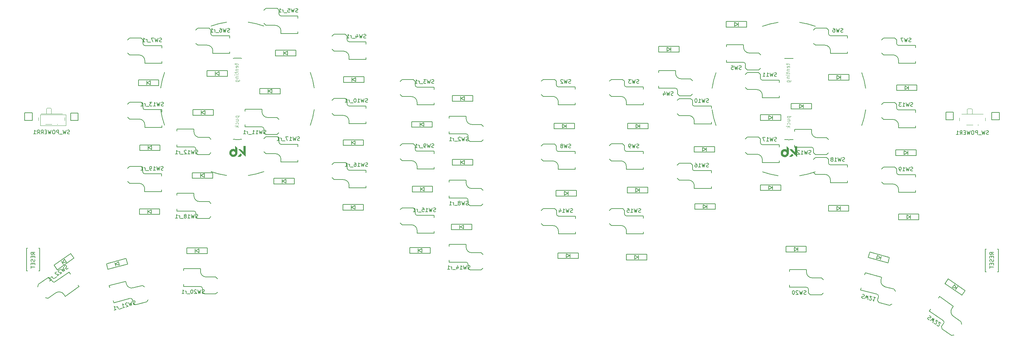
<source format=gbr>
%TF.GenerationSoftware,KiCad,Pcbnew,(6.0.5-0)*%
%TF.CreationDate,2022-07-02T18:36:44-07:00*%
%TF.ProjectId,Swept_3x6,53776570-745f-4337-9836-2e6b69636164,rev?*%
%TF.SameCoordinates,Original*%
%TF.FileFunction,Legend,Bot*%
%TF.FilePolarity,Positive*%
%FSLAX46Y46*%
G04 Gerber Fmt 4.6, Leading zero omitted, Abs format (unit mm)*
G04 Created by KiCad (PCBNEW (6.0.5-0)) date 2022-07-02 18:36:44*
%MOMM*%
%LPD*%
G01*
G04 APERTURE LIST*
%ADD10C,0.120000*%
%ADD11C,0.150000*%
%ADD12C,0.100000*%
%ADD13C,0.200000*%
%ADD14C,0.010000*%
G04 APERTURE END LIST*
D10*
X23182600Y-47055800D02*
X29913600Y-47055800D01*
X29913600Y-47055800D02*
X29913600Y-49976800D01*
X29913600Y-49976800D02*
X23182600Y-49976800D01*
X23182600Y-49976800D02*
X23182600Y-47055800D01*
D11*
%TO.C,SW16*%
X200031123Y-60907561D02*
X199888266Y-60955180D01*
X199650171Y-60955180D01*
X199554933Y-60907561D01*
X199507314Y-60859942D01*
X199459695Y-60764704D01*
X199459695Y-60669466D01*
X199507314Y-60574228D01*
X199554933Y-60526609D01*
X199650171Y-60478990D01*
X199840647Y-60431371D01*
X199935885Y-60383752D01*
X199983504Y-60336133D01*
X200031123Y-60240895D01*
X200031123Y-60145657D01*
X199983504Y-60050419D01*
X199935885Y-60002800D01*
X199840647Y-59955180D01*
X199602552Y-59955180D01*
X199459695Y-60002800D01*
X199126361Y-59955180D02*
X198888266Y-60955180D01*
X198697790Y-60240895D01*
X198507314Y-60955180D01*
X198269219Y-59955180D01*
X197364457Y-60955180D02*
X197935885Y-60955180D01*
X197650171Y-60955180D02*
X197650171Y-59955180D01*
X197745409Y-60098038D01*
X197840647Y-60193276D01*
X197935885Y-60240895D01*
X196507314Y-59955180D02*
X196697790Y-59955180D01*
X196793028Y-60002800D01*
X196840647Y-60050419D01*
X196935885Y-60193276D01*
X196983504Y-60383752D01*
X196983504Y-60764704D01*
X196935885Y-60859942D01*
X196888266Y-60907561D01*
X196793028Y-60955180D01*
X196602552Y-60955180D01*
X196507314Y-60907561D01*
X196459695Y-60859942D01*
X196412076Y-60764704D01*
X196412076Y-60526609D01*
X196459695Y-60431371D01*
X196507314Y-60383752D01*
X196602552Y-60336133D01*
X196793028Y-60336133D01*
X196888266Y-60383752D01*
X196935885Y-60431371D01*
X196983504Y-60526609D01*
%TO.C,SW20*%
X225837523Y-94664161D02*
X225694666Y-94711780D01*
X225456571Y-94711780D01*
X225361333Y-94664161D01*
X225313714Y-94616542D01*
X225266095Y-94521304D01*
X225266095Y-94426066D01*
X225313714Y-94330828D01*
X225361333Y-94283209D01*
X225456571Y-94235590D01*
X225647047Y-94187971D01*
X225742285Y-94140352D01*
X225789904Y-94092733D01*
X225837523Y-93997495D01*
X225837523Y-93902257D01*
X225789904Y-93807019D01*
X225742285Y-93759400D01*
X225647047Y-93711780D01*
X225408952Y-93711780D01*
X225266095Y-93759400D01*
X224932761Y-93711780D02*
X224694666Y-94711780D01*
X224504190Y-93997495D01*
X224313714Y-94711780D01*
X224075619Y-93711780D01*
X223742285Y-93807019D02*
X223694666Y-93759400D01*
X223599428Y-93711780D01*
X223361333Y-93711780D01*
X223266095Y-93759400D01*
X223218476Y-93807019D01*
X223170857Y-93902257D01*
X223170857Y-93997495D01*
X223218476Y-94140352D01*
X223789904Y-94711780D01*
X223170857Y-94711780D01*
X222551809Y-93711780D02*
X222456571Y-93711780D01*
X222361333Y-93759400D01*
X222313714Y-93807019D01*
X222266095Y-93902257D01*
X222218476Y-94092733D01*
X222218476Y-94330828D01*
X222266095Y-94521304D01*
X222313714Y-94616542D01*
X222361333Y-94664161D01*
X222456571Y-94711780D01*
X222551809Y-94711780D01*
X222647047Y-94664161D01*
X222694666Y-94616542D01*
X222742285Y-94521304D01*
X222789904Y-94330828D01*
X222789904Y-94092733D01*
X222742285Y-93902257D01*
X222694666Y-93807019D01*
X222647047Y-93759400D01*
X222551809Y-93711780D01*
%TO.C,SW15*%
X182073323Y-72921761D02*
X181930466Y-72969380D01*
X181692371Y-72969380D01*
X181597133Y-72921761D01*
X181549514Y-72874142D01*
X181501895Y-72778904D01*
X181501895Y-72683666D01*
X181549514Y-72588428D01*
X181597133Y-72540809D01*
X181692371Y-72493190D01*
X181882847Y-72445571D01*
X181978085Y-72397952D01*
X182025704Y-72350333D01*
X182073323Y-72255095D01*
X182073323Y-72159857D01*
X182025704Y-72064619D01*
X181978085Y-72017000D01*
X181882847Y-71969380D01*
X181644752Y-71969380D01*
X181501895Y-72017000D01*
X181168561Y-71969380D02*
X180930466Y-72969380D01*
X180739990Y-72255095D01*
X180549514Y-72969380D01*
X180311419Y-71969380D01*
X179406657Y-72969380D02*
X179978085Y-72969380D01*
X179692371Y-72969380D02*
X179692371Y-71969380D01*
X179787609Y-72112238D01*
X179882847Y-72207476D01*
X179978085Y-72255095D01*
X178501895Y-71969380D02*
X178978085Y-71969380D01*
X179025704Y-72445571D01*
X178978085Y-72397952D01*
X178882847Y-72350333D01*
X178644752Y-72350333D01*
X178549514Y-72397952D01*
X178501895Y-72445571D01*
X178454276Y-72540809D01*
X178454276Y-72778904D01*
X178501895Y-72874142D01*
X178549514Y-72921761D01*
X178644752Y-72969380D01*
X178882847Y-72969380D01*
X178978085Y-72921761D01*
X179025704Y-72874142D01*
%TO.C,SW21*%
X240757153Y-94707794D02*
X240907467Y-94698772D01*
X241137449Y-94760396D01*
X241217117Y-94831041D01*
X241250789Y-94889363D01*
X241272136Y-94993680D01*
X241247487Y-95085673D01*
X241176841Y-95165341D01*
X241118520Y-95199013D01*
X241014202Y-95220360D01*
X240817892Y-95217058D01*
X240713574Y-95238405D01*
X240655253Y-95272077D01*
X240584607Y-95351745D01*
X240559957Y-95443738D01*
X240581304Y-95548055D01*
X240614976Y-95606377D01*
X240694644Y-95677023D01*
X240924627Y-95738646D01*
X241074941Y-95729624D01*
X241384591Y-95861893D02*
X241873393Y-94957591D01*
X241872508Y-95696837D01*
X242241364Y-95056189D01*
X242212528Y-96083738D01*
X242559153Y-96078018D02*
X242592824Y-96136339D01*
X242672492Y-96206985D01*
X242902475Y-96268609D01*
X243006792Y-96247262D01*
X243065114Y-96213590D01*
X243135760Y-96133922D01*
X243160409Y-96041929D01*
X243151387Y-95891615D01*
X242747326Y-95191761D01*
X243345280Y-95351982D01*
X244265209Y-95598476D02*
X243713251Y-95450580D01*
X243989230Y-95524528D02*
X243730411Y-96490454D01*
X243675392Y-96327815D01*
X243608049Y-96211173D01*
X243528381Y-96140527D01*
%TO.C,SW17*%
X218039723Y-54024161D02*
X217896866Y-54071780D01*
X217658771Y-54071780D01*
X217563533Y-54024161D01*
X217515914Y-53976542D01*
X217468295Y-53881304D01*
X217468295Y-53786066D01*
X217515914Y-53690828D01*
X217563533Y-53643209D01*
X217658771Y-53595590D01*
X217849247Y-53547971D01*
X217944485Y-53500352D01*
X217992104Y-53452733D01*
X218039723Y-53357495D01*
X218039723Y-53262257D01*
X217992104Y-53167019D01*
X217944485Y-53119400D01*
X217849247Y-53071780D01*
X217611152Y-53071780D01*
X217468295Y-53119400D01*
X217134961Y-53071780D02*
X216896866Y-54071780D01*
X216706390Y-53357495D01*
X216515914Y-54071780D01*
X216277819Y-53071780D01*
X215373057Y-54071780D02*
X215944485Y-54071780D01*
X215658771Y-54071780D02*
X215658771Y-53071780D01*
X215754009Y-53214638D01*
X215849247Y-53309876D01*
X215944485Y-53357495D01*
X215039723Y-53071780D02*
X214373057Y-53071780D01*
X214801628Y-54071780D01*
%TO.C,SW18*%
X236048323Y-59383561D02*
X235905466Y-59431180D01*
X235667371Y-59431180D01*
X235572133Y-59383561D01*
X235524514Y-59335942D01*
X235476895Y-59240704D01*
X235476895Y-59145466D01*
X235524514Y-59050228D01*
X235572133Y-59002609D01*
X235667371Y-58954990D01*
X235857847Y-58907371D01*
X235953085Y-58859752D01*
X236000704Y-58812133D01*
X236048323Y-58716895D01*
X236048323Y-58621657D01*
X236000704Y-58526419D01*
X235953085Y-58478800D01*
X235857847Y-58431180D01*
X235619752Y-58431180D01*
X235476895Y-58478800D01*
X235143561Y-58431180D02*
X234905466Y-59431180D01*
X234714990Y-58716895D01*
X234524514Y-59431180D01*
X234286419Y-58431180D01*
X233381657Y-59431180D02*
X233953085Y-59431180D01*
X233667371Y-59431180D02*
X233667371Y-58431180D01*
X233762609Y-58574038D01*
X233857847Y-58669276D01*
X233953085Y-58716895D01*
X232810228Y-58859752D02*
X232905466Y-58812133D01*
X232953085Y-58764514D01*
X233000704Y-58669276D01*
X233000704Y-58621657D01*
X232953085Y-58526419D01*
X232905466Y-58478800D01*
X232810228Y-58431180D01*
X232619752Y-58431180D01*
X232524514Y-58478800D01*
X232476895Y-58526419D01*
X232429276Y-58621657D01*
X232429276Y-58669276D01*
X232476895Y-58764514D01*
X232524514Y-58812133D01*
X232619752Y-58859752D01*
X232810228Y-58859752D01*
X232905466Y-58907371D01*
X232953085Y-58954990D01*
X233000704Y-59050228D01*
X233000704Y-59240704D01*
X232953085Y-59335942D01*
X232905466Y-59383561D01*
X232810228Y-59431180D01*
X232619752Y-59431180D01*
X232524514Y-59383561D01*
X232476895Y-59335942D01*
X232429276Y-59240704D01*
X232429276Y-59050228D01*
X232476895Y-58954990D01*
X232524514Y-58907371D01*
X232619752Y-58859752D01*
%TO.C,SW4*%
X190690333Y-41908361D02*
X190547476Y-41955980D01*
X190309380Y-41955980D01*
X190214142Y-41908361D01*
X190166523Y-41860742D01*
X190118904Y-41765504D01*
X190118904Y-41670266D01*
X190166523Y-41575028D01*
X190214142Y-41527409D01*
X190309380Y-41479790D01*
X190499857Y-41432171D01*
X190595095Y-41384552D01*
X190642714Y-41336933D01*
X190690333Y-41241695D01*
X190690333Y-41146457D01*
X190642714Y-41051219D01*
X190595095Y-41003600D01*
X190499857Y-40955980D01*
X190261761Y-40955980D01*
X190118904Y-41003600D01*
X189785571Y-40955980D02*
X189547476Y-41955980D01*
X189357000Y-41241695D01*
X189166523Y-41955980D01*
X188928428Y-40955980D01*
X188118904Y-41289314D02*
X188118904Y-41955980D01*
X188357000Y-40908361D02*
X188595095Y-41622647D01*
X187976047Y-41622647D01*
%TO.C,SW3*%
X181571733Y-38707961D02*
X181428876Y-38755580D01*
X181190780Y-38755580D01*
X181095542Y-38707961D01*
X181047923Y-38660342D01*
X181000304Y-38565104D01*
X181000304Y-38469866D01*
X181047923Y-38374628D01*
X181095542Y-38327009D01*
X181190780Y-38279390D01*
X181381257Y-38231771D01*
X181476495Y-38184152D01*
X181524114Y-38136533D01*
X181571733Y-38041295D01*
X181571733Y-37946057D01*
X181524114Y-37850819D01*
X181476495Y-37803200D01*
X181381257Y-37755580D01*
X181143161Y-37755580D01*
X181000304Y-37803200D01*
X180666971Y-37755580D02*
X180428876Y-38755580D01*
X180238400Y-38041295D01*
X180047923Y-38755580D01*
X179809828Y-37755580D01*
X179524114Y-37755580D02*
X178905066Y-37755580D01*
X179238400Y-38136533D01*
X179095542Y-38136533D01*
X179000304Y-38184152D01*
X178952685Y-38231771D01*
X178905066Y-38327009D01*
X178905066Y-38565104D01*
X178952685Y-38660342D01*
X179000304Y-38707961D01*
X179095542Y-38755580D01*
X179381257Y-38755580D01*
X179476495Y-38707961D01*
X179524114Y-38660342D01*
%TO.C,SW9*%
X181571733Y-55802161D02*
X181428876Y-55849780D01*
X181190780Y-55849780D01*
X181095542Y-55802161D01*
X181047923Y-55754542D01*
X181000304Y-55659304D01*
X181000304Y-55564066D01*
X181047923Y-55468828D01*
X181095542Y-55421209D01*
X181190780Y-55373590D01*
X181381257Y-55325971D01*
X181476495Y-55278352D01*
X181524114Y-55230733D01*
X181571733Y-55135495D01*
X181571733Y-55040257D01*
X181524114Y-54945019D01*
X181476495Y-54897400D01*
X181381257Y-54849780D01*
X181143161Y-54849780D01*
X181000304Y-54897400D01*
X180666971Y-54849780D02*
X180428876Y-55849780D01*
X180238400Y-55135495D01*
X180047923Y-55849780D01*
X179809828Y-54849780D01*
X179381257Y-55849780D02*
X179190780Y-55849780D01*
X179095542Y-55802161D01*
X179047923Y-55754542D01*
X178952685Y-55611685D01*
X178905066Y-55421209D01*
X178905066Y-55040257D01*
X178952685Y-54945019D01*
X179000304Y-54897400D01*
X179095542Y-54849780D01*
X179286019Y-54849780D01*
X179381257Y-54897400D01*
X179428876Y-54945019D01*
X179476495Y-55040257D01*
X179476495Y-55278352D01*
X179428876Y-55373590D01*
X179381257Y-55421209D01*
X179286019Y-55468828D01*
X179095542Y-55468828D01*
X179000304Y-55421209D01*
X178952685Y-55373590D01*
X178905066Y-55278352D01*
%TO.C,SW14*%
X164064723Y-72947161D02*
X163921866Y-72994780D01*
X163683771Y-72994780D01*
X163588533Y-72947161D01*
X163540914Y-72899542D01*
X163493295Y-72804304D01*
X163493295Y-72709066D01*
X163540914Y-72613828D01*
X163588533Y-72566209D01*
X163683771Y-72518590D01*
X163874247Y-72470971D01*
X163969485Y-72423352D01*
X164017104Y-72375733D01*
X164064723Y-72280495D01*
X164064723Y-72185257D01*
X164017104Y-72090019D01*
X163969485Y-72042400D01*
X163874247Y-71994780D01*
X163636152Y-71994780D01*
X163493295Y-72042400D01*
X163159961Y-71994780D02*
X162921866Y-72994780D01*
X162731390Y-72280495D01*
X162540914Y-72994780D01*
X162302819Y-71994780D01*
X161398057Y-72994780D02*
X161969485Y-72994780D01*
X161683771Y-72994780D02*
X161683771Y-71994780D01*
X161779009Y-72137638D01*
X161874247Y-72232876D01*
X161969485Y-72280495D01*
X160540914Y-72328114D02*
X160540914Y-72994780D01*
X160779009Y-71947161D02*
X161017104Y-72661447D01*
X160398057Y-72661447D01*
%TO.C,SW12*%
X227158323Y-57503961D02*
X227015466Y-57551580D01*
X226777371Y-57551580D01*
X226682133Y-57503961D01*
X226634514Y-57456342D01*
X226586895Y-57361104D01*
X226586895Y-57265866D01*
X226634514Y-57170628D01*
X226682133Y-57123009D01*
X226777371Y-57075390D01*
X226967847Y-57027771D01*
X227063085Y-56980152D01*
X227110704Y-56932533D01*
X227158323Y-56837295D01*
X227158323Y-56742057D01*
X227110704Y-56646819D01*
X227063085Y-56599200D01*
X226967847Y-56551580D01*
X226729752Y-56551580D01*
X226586895Y-56599200D01*
X226253561Y-56551580D02*
X226015466Y-57551580D01*
X225824990Y-56837295D01*
X225634514Y-57551580D01*
X225396419Y-56551580D01*
X224491657Y-57551580D02*
X225063085Y-57551580D01*
X224777371Y-57551580D02*
X224777371Y-56551580D01*
X224872609Y-56694438D01*
X224967847Y-56789676D01*
X225063085Y-56837295D01*
X224110704Y-56646819D02*
X224063085Y-56599200D01*
X223967847Y-56551580D01*
X223729752Y-56551580D01*
X223634514Y-56599200D01*
X223586895Y-56646819D01*
X223539276Y-56742057D01*
X223539276Y-56837295D01*
X223586895Y-56980152D01*
X224158323Y-57551580D01*
X223539276Y-57551580D01*
%TO.C,SW11*%
X218039723Y-36904561D02*
X217896866Y-36952180D01*
X217658771Y-36952180D01*
X217563533Y-36904561D01*
X217515914Y-36856942D01*
X217468295Y-36761704D01*
X217468295Y-36666466D01*
X217515914Y-36571228D01*
X217563533Y-36523609D01*
X217658771Y-36475990D01*
X217849247Y-36428371D01*
X217944485Y-36380752D01*
X217992104Y-36333133D01*
X218039723Y-36237895D01*
X218039723Y-36142657D01*
X217992104Y-36047419D01*
X217944485Y-35999800D01*
X217849247Y-35952180D01*
X217611152Y-35952180D01*
X217468295Y-35999800D01*
X217134961Y-35952180D02*
X216896866Y-36952180D01*
X216706390Y-36237895D01*
X216515914Y-36952180D01*
X216277819Y-35952180D01*
X215373057Y-36952180D02*
X215944485Y-36952180D01*
X215658771Y-36952180D02*
X215658771Y-35952180D01*
X215754009Y-36095038D01*
X215849247Y-36190276D01*
X215944485Y-36237895D01*
X214420676Y-36952180D02*
X214992104Y-36952180D01*
X214706390Y-36952180D02*
X214706390Y-35952180D01*
X214801628Y-36095038D01*
X214896866Y-36190276D01*
X214992104Y-36237895D01*
%TO.C,SW8*%
X163563133Y-55827561D02*
X163420276Y-55875180D01*
X163182180Y-55875180D01*
X163086942Y-55827561D01*
X163039323Y-55779942D01*
X162991704Y-55684704D01*
X162991704Y-55589466D01*
X163039323Y-55494228D01*
X163086942Y-55446609D01*
X163182180Y-55398990D01*
X163372657Y-55351371D01*
X163467895Y-55303752D01*
X163515514Y-55256133D01*
X163563133Y-55160895D01*
X163563133Y-55065657D01*
X163515514Y-54970419D01*
X163467895Y-54922800D01*
X163372657Y-54875180D01*
X163134561Y-54875180D01*
X162991704Y-54922800D01*
X162658371Y-54875180D02*
X162420276Y-55875180D01*
X162229800Y-55160895D01*
X162039323Y-55875180D01*
X161801228Y-54875180D01*
X161277419Y-55303752D02*
X161372657Y-55256133D01*
X161420276Y-55208514D01*
X161467895Y-55113276D01*
X161467895Y-55065657D01*
X161420276Y-54970419D01*
X161372657Y-54922800D01*
X161277419Y-54875180D01*
X161086942Y-54875180D01*
X160991704Y-54922800D01*
X160944085Y-54970419D01*
X160896466Y-55065657D01*
X160896466Y-55113276D01*
X160944085Y-55208514D01*
X160991704Y-55256133D01*
X161086942Y-55303752D01*
X161277419Y-55303752D01*
X161372657Y-55351371D01*
X161420276Y-55398990D01*
X161467895Y-55494228D01*
X161467895Y-55684704D01*
X161420276Y-55779942D01*
X161372657Y-55827561D01*
X161277419Y-55875180D01*
X161086942Y-55875180D01*
X160991704Y-55827561D01*
X160944085Y-55779942D01*
X160896466Y-55684704D01*
X160896466Y-55494228D01*
X160944085Y-55398990D01*
X160991704Y-55351371D01*
X161086942Y-55303752D01*
%TO.C,SW6*%
X235597533Y-25144361D02*
X235454676Y-25191980D01*
X235216580Y-25191980D01*
X235121342Y-25144361D01*
X235073723Y-25096742D01*
X235026104Y-25001504D01*
X235026104Y-24906266D01*
X235073723Y-24811028D01*
X235121342Y-24763409D01*
X235216580Y-24715790D01*
X235407057Y-24668171D01*
X235502295Y-24620552D01*
X235549914Y-24572933D01*
X235597533Y-24477695D01*
X235597533Y-24382457D01*
X235549914Y-24287219D01*
X235502295Y-24239600D01*
X235407057Y-24191980D01*
X235168961Y-24191980D01*
X235026104Y-24239600D01*
X234692771Y-24191980D02*
X234454676Y-25191980D01*
X234264200Y-24477695D01*
X234073723Y-25191980D01*
X233835628Y-24191980D01*
X233026104Y-24191980D02*
X233216580Y-24191980D01*
X233311819Y-24239600D01*
X233359438Y-24287219D01*
X233454676Y-24430076D01*
X233502295Y-24620552D01*
X233502295Y-25001504D01*
X233454676Y-25096742D01*
X233407057Y-25144361D01*
X233311819Y-25191980D01*
X233121342Y-25191980D01*
X233026104Y-25144361D01*
X232978485Y-25096742D01*
X232930866Y-25001504D01*
X232930866Y-24763409D01*
X232978485Y-24668171D01*
X233026104Y-24620552D01*
X233121342Y-24572933D01*
X233311819Y-24572933D01*
X233407057Y-24620552D01*
X233454676Y-24668171D01*
X233502295Y-24763409D01*
%TO.C,SW5*%
X208698933Y-35050361D02*
X208556076Y-35097980D01*
X208317980Y-35097980D01*
X208222742Y-35050361D01*
X208175123Y-35002742D01*
X208127504Y-34907504D01*
X208127504Y-34812266D01*
X208175123Y-34717028D01*
X208222742Y-34669409D01*
X208317980Y-34621790D01*
X208508457Y-34574171D01*
X208603695Y-34526552D01*
X208651314Y-34478933D01*
X208698933Y-34383695D01*
X208698933Y-34288457D01*
X208651314Y-34193219D01*
X208603695Y-34145600D01*
X208508457Y-34097980D01*
X208270361Y-34097980D01*
X208127504Y-34145600D01*
X207794171Y-34097980D02*
X207556076Y-35097980D01*
X207365600Y-34383695D01*
X207175123Y-35097980D01*
X206937028Y-34097980D01*
X206079885Y-34097980D02*
X206556076Y-34097980D01*
X206603695Y-34574171D01*
X206556076Y-34526552D01*
X206460838Y-34478933D01*
X206222742Y-34478933D01*
X206127504Y-34526552D01*
X206079885Y-34574171D01*
X206032266Y-34669409D01*
X206032266Y-34907504D01*
X206079885Y-35002742D01*
X206127504Y-35050361D01*
X206222742Y-35097980D01*
X206460838Y-35097980D01*
X206556076Y-35050361D01*
X206603695Y-35002742D01*
%TO.C,SW2*%
X163563133Y-38707961D02*
X163420276Y-38755580D01*
X163182180Y-38755580D01*
X163086942Y-38707961D01*
X163039323Y-38660342D01*
X162991704Y-38565104D01*
X162991704Y-38469866D01*
X163039323Y-38374628D01*
X163086942Y-38327009D01*
X163182180Y-38279390D01*
X163372657Y-38231771D01*
X163467895Y-38184152D01*
X163515514Y-38136533D01*
X163563133Y-38041295D01*
X163563133Y-37946057D01*
X163515514Y-37850819D01*
X163467895Y-37803200D01*
X163372657Y-37755580D01*
X163134561Y-37755580D01*
X162991704Y-37803200D01*
X162658371Y-37755580D02*
X162420276Y-38755580D01*
X162229800Y-38041295D01*
X162039323Y-38755580D01*
X161801228Y-37755580D01*
X161467895Y-37850819D02*
X161420276Y-37803200D01*
X161325038Y-37755580D01*
X161086942Y-37755580D01*
X160991704Y-37803200D01*
X160944085Y-37850819D01*
X160896466Y-37946057D01*
X160896466Y-38041295D01*
X160944085Y-38184152D01*
X161515514Y-38755580D01*
X160896466Y-38755580D01*
%TO.C,RSW1*%
X275483580Y-84171019D02*
X275007390Y-83837685D01*
X275483580Y-83599590D02*
X274483580Y-83599590D01*
X274483580Y-83980542D01*
X274531200Y-84075780D01*
X274578819Y-84123400D01*
X274674057Y-84171019D01*
X274816914Y-84171019D01*
X274912152Y-84123400D01*
X274959771Y-84075780D01*
X275007390Y-83980542D01*
X275007390Y-83599590D01*
X274959771Y-84599590D02*
X274959771Y-84932923D01*
X275483580Y-85075780D02*
X275483580Y-84599590D01*
X274483580Y-84599590D01*
X274483580Y-85075780D01*
X275435961Y-85456733D02*
X275483580Y-85599590D01*
X275483580Y-85837685D01*
X275435961Y-85932923D01*
X275388342Y-85980542D01*
X275293104Y-86028161D01*
X275197866Y-86028161D01*
X275102628Y-85980542D01*
X275055009Y-85932923D01*
X275007390Y-85837685D01*
X274959771Y-85647209D01*
X274912152Y-85551971D01*
X274864533Y-85504352D01*
X274769295Y-85456733D01*
X274674057Y-85456733D01*
X274578819Y-85504352D01*
X274531200Y-85551971D01*
X274483580Y-85647209D01*
X274483580Y-85885304D01*
X274531200Y-86028161D01*
X274959771Y-86456733D02*
X274959771Y-86790066D01*
X275483580Y-86932923D02*
X275483580Y-86456733D01*
X274483580Y-86456733D01*
X274483580Y-86932923D01*
X274483580Y-87218638D02*
X274483580Y-87790066D01*
X275483580Y-87504352D02*
X274483580Y-87504352D01*
%TO.C,SW10*%
X200031123Y-43787961D02*
X199888266Y-43835580D01*
X199650171Y-43835580D01*
X199554933Y-43787961D01*
X199507314Y-43740342D01*
X199459695Y-43645104D01*
X199459695Y-43549866D01*
X199507314Y-43454628D01*
X199554933Y-43407009D01*
X199650171Y-43359390D01*
X199840647Y-43311771D01*
X199935885Y-43264152D01*
X199983504Y-43216533D01*
X200031123Y-43121295D01*
X200031123Y-43026057D01*
X199983504Y-42930819D01*
X199935885Y-42883200D01*
X199840647Y-42835580D01*
X199602552Y-42835580D01*
X199459695Y-42883200D01*
X199126361Y-42835580D02*
X198888266Y-43835580D01*
X198697790Y-43121295D01*
X198507314Y-43835580D01*
X198269219Y-42835580D01*
X197364457Y-43835580D02*
X197935885Y-43835580D01*
X197650171Y-43835580D02*
X197650171Y-42835580D01*
X197745409Y-42978438D01*
X197840647Y-43073676D01*
X197935885Y-43121295D01*
X196745409Y-42835580D02*
X196650171Y-42835580D01*
X196554933Y-42883200D01*
X196507314Y-42930819D01*
X196459695Y-43026057D01*
X196412076Y-43216533D01*
X196412076Y-43454628D01*
X196459695Y-43645104D01*
X196507314Y-43740342D01*
X196554933Y-43787961D01*
X196650171Y-43835580D01*
X196745409Y-43835580D01*
X196840647Y-43787961D01*
X196888266Y-43740342D01*
X196935885Y-43645104D01*
X196983504Y-43454628D01*
X196983504Y-43216533D01*
X196935885Y-43026057D01*
X196888266Y-42930819D01*
X196840647Y-42883200D01*
X196745409Y-42835580D01*
D12*
%TO.C,REF\u002A\u002A*%
X220833714Y-33514500D02*
X220833714Y-33895452D01*
X220500380Y-33657357D02*
X221357523Y-33657357D01*
X221452761Y-33704976D01*
X221500380Y-33800214D01*
X221500380Y-33895452D01*
X221452761Y-34609738D02*
X221500380Y-34514500D01*
X221500380Y-34324023D01*
X221452761Y-34228785D01*
X221357523Y-34181166D01*
X220976571Y-34181166D01*
X220881333Y-34228785D01*
X220833714Y-34324023D01*
X220833714Y-34514500D01*
X220881333Y-34609738D01*
X220976571Y-34657357D01*
X221071809Y-34657357D01*
X221167047Y-34181166D01*
X220833714Y-35085928D02*
X221500380Y-35085928D01*
X220928952Y-35085928D02*
X220881333Y-35133547D01*
X220833714Y-35228785D01*
X220833714Y-35371642D01*
X220881333Y-35466880D01*
X220976571Y-35514500D01*
X221500380Y-35514500D01*
X220833714Y-35847833D02*
X220833714Y-36228785D01*
X220500380Y-35990690D02*
X221357523Y-35990690D01*
X221452761Y-36038309D01*
X221500380Y-36133547D01*
X221500380Y-36228785D01*
X221500380Y-36562119D02*
X220833714Y-36562119D01*
X220500380Y-36562119D02*
X220548000Y-36514500D01*
X220595619Y-36562119D01*
X220548000Y-36609738D01*
X220500380Y-36562119D01*
X220595619Y-36562119D01*
X220833714Y-37038309D02*
X221500380Y-37038309D01*
X220928952Y-37038309D02*
X220881333Y-37085928D01*
X220833714Y-37181166D01*
X220833714Y-37324023D01*
X220881333Y-37419261D01*
X220976571Y-37466880D01*
X221500380Y-37466880D01*
X220833714Y-38371642D02*
X221643238Y-38371642D01*
X221738476Y-38324023D01*
X221786095Y-38276404D01*
X221833714Y-38181166D01*
X221833714Y-38038309D01*
X221786095Y-37943071D01*
X221452761Y-38371642D02*
X221500380Y-38276404D01*
X221500380Y-38085928D01*
X221452761Y-37990690D01*
X221405142Y-37943071D01*
X221309904Y-37895452D01*
X221024190Y-37895452D01*
X220928952Y-37943071D01*
X220881333Y-37990690D01*
X220833714Y-38085928D01*
X220833714Y-38276404D01*
X220881333Y-38371642D01*
X220897214Y-47468500D02*
X221897214Y-47468500D01*
X220944833Y-47468500D02*
X220897214Y-47563738D01*
X220897214Y-47754214D01*
X220944833Y-47849452D01*
X220992452Y-47897071D01*
X221087690Y-47944690D01*
X221373404Y-47944690D01*
X221468642Y-47897071D01*
X221516261Y-47849452D01*
X221563880Y-47754214D01*
X221563880Y-47563738D01*
X221516261Y-47468500D01*
X220897214Y-48801833D02*
X221563880Y-48801833D01*
X220897214Y-48373261D02*
X221421023Y-48373261D01*
X221516261Y-48420880D01*
X221563880Y-48516119D01*
X221563880Y-48658976D01*
X221516261Y-48754214D01*
X221468642Y-48801833D01*
X221516261Y-49706595D02*
X221563880Y-49611357D01*
X221563880Y-49420880D01*
X221516261Y-49325642D01*
X221468642Y-49278023D01*
X221373404Y-49230404D01*
X221087690Y-49230404D01*
X220992452Y-49278023D01*
X220944833Y-49325642D01*
X220897214Y-49420880D01*
X220897214Y-49611357D01*
X220944833Y-49706595D01*
X221563880Y-50135166D02*
X220563880Y-50135166D01*
X221182928Y-50230404D02*
X221563880Y-50516119D01*
X220897214Y-50516119D02*
X221278166Y-50135166D01*
D11*
%TO.C,SW17_r1*%
X91799990Y-53897161D02*
X91657133Y-53944780D01*
X91419038Y-53944780D01*
X91323800Y-53897161D01*
X91276180Y-53849542D01*
X91228561Y-53754304D01*
X91228561Y-53659066D01*
X91276180Y-53563828D01*
X91323800Y-53516209D01*
X91419038Y-53468590D01*
X91609514Y-53420971D01*
X91704752Y-53373352D01*
X91752371Y-53325733D01*
X91799990Y-53230495D01*
X91799990Y-53135257D01*
X91752371Y-53040019D01*
X91704752Y-52992400D01*
X91609514Y-52944780D01*
X91371419Y-52944780D01*
X91228561Y-52992400D01*
X90895228Y-52944780D02*
X90657133Y-53944780D01*
X90466657Y-53230495D01*
X90276180Y-53944780D01*
X90038085Y-52944780D01*
X89133323Y-53944780D02*
X89704752Y-53944780D01*
X89419038Y-53944780D02*
X89419038Y-52944780D01*
X89514276Y-53087638D01*
X89609514Y-53182876D01*
X89704752Y-53230495D01*
X88799990Y-52944780D02*
X88133323Y-52944780D01*
X88561895Y-53944780D01*
X87990466Y-54040019D02*
X87228561Y-54040019D01*
X86990466Y-53944780D02*
X86990466Y-53278114D01*
X86990466Y-53468590D02*
X86942847Y-53373352D01*
X86895228Y-53325733D01*
X86799990Y-53278114D01*
X86704752Y-53278114D01*
X85847609Y-53944780D02*
X86419038Y-53944780D01*
X86133323Y-53944780D02*
X86133323Y-52944780D01*
X86228561Y-53087638D01*
X86323800Y-53182876D01*
X86419038Y-53230495D01*
%TO.C,SW11_r1*%
X82884590Y-52144561D02*
X82741733Y-52192180D01*
X82503638Y-52192180D01*
X82408400Y-52144561D01*
X82360780Y-52096942D01*
X82313161Y-52001704D01*
X82313161Y-51906466D01*
X82360780Y-51811228D01*
X82408400Y-51763609D01*
X82503638Y-51715990D01*
X82694114Y-51668371D01*
X82789352Y-51620752D01*
X82836971Y-51573133D01*
X82884590Y-51477895D01*
X82884590Y-51382657D01*
X82836971Y-51287419D01*
X82789352Y-51239800D01*
X82694114Y-51192180D01*
X82456019Y-51192180D01*
X82313161Y-51239800D01*
X81979828Y-51192180D02*
X81741733Y-52192180D01*
X81551257Y-51477895D01*
X81360780Y-52192180D01*
X81122685Y-51192180D01*
X80217923Y-52192180D02*
X80789352Y-52192180D01*
X80503638Y-52192180D02*
X80503638Y-51192180D01*
X80598876Y-51335038D01*
X80694114Y-51430276D01*
X80789352Y-51477895D01*
X79265542Y-52192180D02*
X79836971Y-52192180D01*
X79551257Y-52192180D02*
X79551257Y-51192180D01*
X79646495Y-51335038D01*
X79741733Y-51430276D01*
X79836971Y-51477895D01*
X79075066Y-52287419D02*
X78313161Y-52287419D01*
X78075066Y-52192180D02*
X78075066Y-51525514D01*
X78075066Y-51715990D02*
X78027447Y-51620752D01*
X77979828Y-51573133D01*
X77884590Y-51525514D01*
X77789352Y-51525514D01*
X76932209Y-52192180D02*
X77503638Y-52192180D01*
X77217923Y-52192180D02*
X77217923Y-51192180D01*
X77313161Y-51335038D01*
X77408400Y-51430276D01*
X77503638Y-51477895D01*
%TO.C,SW15_r1*%
X127817190Y-72743961D02*
X127674333Y-72791580D01*
X127436238Y-72791580D01*
X127341000Y-72743961D01*
X127293380Y-72696342D01*
X127245761Y-72601104D01*
X127245761Y-72505866D01*
X127293380Y-72410628D01*
X127341000Y-72363009D01*
X127436238Y-72315390D01*
X127626714Y-72267771D01*
X127721952Y-72220152D01*
X127769571Y-72172533D01*
X127817190Y-72077295D01*
X127817190Y-71982057D01*
X127769571Y-71886819D01*
X127721952Y-71839200D01*
X127626714Y-71791580D01*
X127388619Y-71791580D01*
X127245761Y-71839200D01*
X126912428Y-71791580D02*
X126674333Y-72791580D01*
X126483857Y-72077295D01*
X126293380Y-72791580D01*
X126055285Y-71791580D01*
X125150523Y-72791580D02*
X125721952Y-72791580D01*
X125436238Y-72791580D02*
X125436238Y-71791580D01*
X125531476Y-71934438D01*
X125626714Y-72029676D01*
X125721952Y-72077295D01*
X124245761Y-71791580D02*
X124721952Y-71791580D01*
X124769571Y-72267771D01*
X124721952Y-72220152D01*
X124626714Y-72172533D01*
X124388619Y-72172533D01*
X124293380Y-72220152D01*
X124245761Y-72267771D01*
X124198142Y-72363009D01*
X124198142Y-72601104D01*
X124245761Y-72696342D01*
X124293380Y-72743961D01*
X124388619Y-72791580D01*
X124626714Y-72791580D01*
X124721952Y-72743961D01*
X124769571Y-72696342D01*
X124007666Y-72886819D02*
X123245761Y-72886819D01*
X123007666Y-72791580D02*
X123007666Y-72124914D01*
X123007666Y-72315390D02*
X122960047Y-72220152D01*
X122912428Y-72172533D01*
X122817190Y-72124914D01*
X122721952Y-72124914D01*
X121864809Y-72791580D02*
X122436238Y-72791580D01*
X122150523Y-72791580D02*
X122150523Y-71791580D01*
X122245761Y-71934438D01*
X122341000Y-72029676D01*
X122436238Y-72077295D01*
%TO.C,SW18_r1*%
X64875990Y-74445761D02*
X64733133Y-74493380D01*
X64495038Y-74493380D01*
X64399800Y-74445761D01*
X64352180Y-74398142D01*
X64304561Y-74302904D01*
X64304561Y-74207666D01*
X64352180Y-74112428D01*
X64399800Y-74064809D01*
X64495038Y-74017190D01*
X64685514Y-73969571D01*
X64780752Y-73921952D01*
X64828371Y-73874333D01*
X64875990Y-73779095D01*
X64875990Y-73683857D01*
X64828371Y-73588619D01*
X64780752Y-73541000D01*
X64685514Y-73493380D01*
X64447419Y-73493380D01*
X64304561Y-73541000D01*
X63971228Y-73493380D02*
X63733133Y-74493380D01*
X63542657Y-73779095D01*
X63352180Y-74493380D01*
X63114085Y-73493380D01*
X62209323Y-74493380D02*
X62780752Y-74493380D01*
X62495038Y-74493380D02*
X62495038Y-73493380D01*
X62590276Y-73636238D01*
X62685514Y-73731476D01*
X62780752Y-73779095D01*
X61637895Y-73921952D02*
X61733133Y-73874333D01*
X61780752Y-73826714D01*
X61828371Y-73731476D01*
X61828371Y-73683857D01*
X61780752Y-73588619D01*
X61733133Y-73541000D01*
X61637895Y-73493380D01*
X61447419Y-73493380D01*
X61352180Y-73541000D01*
X61304561Y-73588619D01*
X61256942Y-73683857D01*
X61256942Y-73731476D01*
X61304561Y-73826714D01*
X61352180Y-73874333D01*
X61447419Y-73921952D01*
X61637895Y-73921952D01*
X61733133Y-73969571D01*
X61780752Y-74017190D01*
X61828371Y-74112428D01*
X61828371Y-74302904D01*
X61780752Y-74398142D01*
X61733133Y-74445761D01*
X61637895Y-74493380D01*
X61447419Y-74493380D01*
X61352180Y-74445761D01*
X61304561Y-74398142D01*
X61256942Y-74302904D01*
X61256942Y-74112428D01*
X61304561Y-74017190D01*
X61352180Y-73969571D01*
X61447419Y-73921952D01*
X61066466Y-74588619D02*
X60304561Y-74588619D01*
X60066466Y-74493380D02*
X60066466Y-73826714D01*
X60066466Y-74017190D02*
X60018847Y-73921952D01*
X59971228Y-73874333D01*
X59875990Y-73826714D01*
X59780752Y-73826714D01*
X58923609Y-74493380D02*
X59495038Y-74493380D01*
X59209323Y-74493380D02*
X59209323Y-73493380D01*
X59304561Y-73636238D01*
X59399800Y-73731476D01*
X59495038Y-73779095D01*
%TO.C,SW6_r1*%
X73289800Y-25144361D02*
X73146942Y-25191980D01*
X72908847Y-25191980D01*
X72813609Y-25144361D01*
X72765990Y-25096742D01*
X72718371Y-25001504D01*
X72718371Y-24906266D01*
X72765990Y-24811028D01*
X72813609Y-24763409D01*
X72908847Y-24715790D01*
X73099323Y-24668171D01*
X73194561Y-24620552D01*
X73242180Y-24572933D01*
X73289800Y-24477695D01*
X73289800Y-24382457D01*
X73242180Y-24287219D01*
X73194561Y-24239600D01*
X73099323Y-24191980D01*
X72861228Y-24191980D01*
X72718371Y-24239600D01*
X72385038Y-24191980D02*
X72146942Y-25191980D01*
X71956466Y-24477695D01*
X71765990Y-25191980D01*
X71527895Y-24191980D01*
X70718371Y-24191980D02*
X70908847Y-24191980D01*
X71004085Y-24239600D01*
X71051704Y-24287219D01*
X71146942Y-24430076D01*
X71194561Y-24620552D01*
X71194561Y-25001504D01*
X71146942Y-25096742D01*
X71099323Y-25144361D01*
X71004085Y-25191980D01*
X70813609Y-25191980D01*
X70718371Y-25144361D01*
X70670752Y-25096742D01*
X70623133Y-25001504D01*
X70623133Y-24763409D01*
X70670752Y-24668171D01*
X70718371Y-24620552D01*
X70813609Y-24572933D01*
X71004085Y-24572933D01*
X71099323Y-24620552D01*
X71146942Y-24668171D01*
X71194561Y-24763409D01*
X70432657Y-25287219D02*
X69670752Y-25287219D01*
X69432657Y-25191980D02*
X69432657Y-24525314D01*
X69432657Y-24715790D02*
X69385038Y-24620552D01*
X69337419Y-24572933D01*
X69242180Y-24525314D01*
X69146942Y-24525314D01*
X68289800Y-25191980D02*
X68861228Y-25191980D01*
X68575514Y-25191980D02*
X68575514Y-24191980D01*
X68670752Y-24334838D01*
X68765990Y-24430076D01*
X68861228Y-24477695D01*
%TO.C,SW5_r1*%
X91323800Y-19886561D02*
X91180942Y-19934180D01*
X90942847Y-19934180D01*
X90847609Y-19886561D01*
X90799990Y-19838942D01*
X90752371Y-19743704D01*
X90752371Y-19648466D01*
X90799990Y-19553228D01*
X90847609Y-19505609D01*
X90942847Y-19457990D01*
X91133323Y-19410371D01*
X91228561Y-19362752D01*
X91276180Y-19315133D01*
X91323800Y-19219895D01*
X91323800Y-19124657D01*
X91276180Y-19029419D01*
X91228561Y-18981800D01*
X91133323Y-18934180D01*
X90895228Y-18934180D01*
X90752371Y-18981800D01*
X90419038Y-18934180D02*
X90180942Y-19934180D01*
X89990466Y-19219895D01*
X89799990Y-19934180D01*
X89561895Y-18934180D01*
X88704752Y-18934180D02*
X89180942Y-18934180D01*
X89228561Y-19410371D01*
X89180942Y-19362752D01*
X89085704Y-19315133D01*
X88847609Y-19315133D01*
X88752371Y-19362752D01*
X88704752Y-19410371D01*
X88657133Y-19505609D01*
X88657133Y-19743704D01*
X88704752Y-19838942D01*
X88752371Y-19886561D01*
X88847609Y-19934180D01*
X89085704Y-19934180D01*
X89180942Y-19886561D01*
X89228561Y-19838942D01*
X88466657Y-20029419D02*
X87704752Y-20029419D01*
X87466657Y-19934180D02*
X87466657Y-19267514D01*
X87466657Y-19457990D02*
X87419038Y-19362752D01*
X87371419Y-19315133D01*
X87276180Y-19267514D01*
X87180942Y-19267514D01*
X86323800Y-19934180D02*
X86895228Y-19934180D01*
X86609514Y-19934180D02*
X86609514Y-18934180D01*
X86704752Y-19077038D01*
X86799990Y-19172276D01*
X86895228Y-19219895D01*
%TO.C,SW2_r1*%
X136459600Y-53998761D02*
X136316742Y-54046380D01*
X136078647Y-54046380D01*
X135983409Y-53998761D01*
X135935790Y-53951142D01*
X135888171Y-53855904D01*
X135888171Y-53760666D01*
X135935790Y-53665428D01*
X135983409Y-53617809D01*
X136078647Y-53570190D01*
X136269123Y-53522571D01*
X136364361Y-53474952D01*
X136411980Y-53427333D01*
X136459600Y-53332095D01*
X136459600Y-53236857D01*
X136411980Y-53141619D01*
X136364361Y-53094000D01*
X136269123Y-53046380D01*
X136031028Y-53046380D01*
X135888171Y-53094000D01*
X135554838Y-53046380D02*
X135316742Y-54046380D01*
X135126266Y-53332095D01*
X134935790Y-54046380D01*
X134697695Y-53046380D01*
X134364361Y-53141619D02*
X134316742Y-53094000D01*
X134221504Y-53046380D01*
X133983409Y-53046380D01*
X133888171Y-53094000D01*
X133840552Y-53141619D01*
X133792933Y-53236857D01*
X133792933Y-53332095D01*
X133840552Y-53474952D01*
X134411980Y-54046380D01*
X133792933Y-54046380D01*
X133602457Y-54141619D02*
X132840552Y-54141619D01*
X132602457Y-54046380D02*
X132602457Y-53379714D01*
X132602457Y-53570190D02*
X132554838Y-53474952D01*
X132507219Y-53427333D01*
X132411980Y-53379714D01*
X132316742Y-53379714D01*
X131459600Y-54046380D02*
X132031028Y-54046380D01*
X131745314Y-54046380D02*
X131745314Y-53046380D01*
X131840552Y-53189238D01*
X131935790Y-53284476D01*
X132031028Y-53332095D01*
%TO.C,SW16_r1*%
X109833990Y-60780561D02*
X109691133Y-60828180D01*
X109453038Y-60828180D01*
X109357800Y-60780561D01*
X109310180Y-60732942D01*
X109262561Y-60637704D01*
X109262561Y-60542466D01*
X109310180Y-60447228D01*
X109357800Y-60399609D01*
X109453038Y-60351990D01*
X109643514Y-60304371D01*
X109738752Y-60256752D01*
X109786371Y-60209133D01*
X109833990Y-60113895D01*
X109833990Y-60018657D01*
X109786371Y-59923419D01*
X109738752Y-59875800D01*
X109643514Y-59828180D01*
X109405419Y-59828180D01*
X109262561Y-59875800D01*
X108929228Y-59828180D02*
X108691133Y-60828180D01*
X108500657Y-60113895D01*
X108310180Y-60828180D01*
X108072085Y-59828180D01*
X107167323Y-60828180D02*
X107738752Y-60828180D01*
X107453038Y-60828180D02*
X107453038Y-59828180D01*
X107548276Y-59971038D01*
X107643514Y-60066276D01*
X107738752Y-60113895D01*
X106310180Y-59828180D02*
X106500657Y-59828180D01*
X106595895Y-59875800D01*
X106643514Y-59923419D01*
X106738752Y-60066276D01*
X106786371Y-60256752D01*
X106786371Y-60637704D01*
X106738752Y-60732942D01*
X106691133Y-60780561D01*
X106595895Y-60828180D01*
X106405419Y-60828180D01*
X106310180Y-60780561D01*
X106262561Y-60732942D01*
X106214942Y-60637704D01*
X106214942Y-60399609D01*
X106262561Y-60304371D01*
X106310180Y-60256752D01*
X106405419Y-60209133D01*
X106595895Y-60209133D01*
X106691133Y-60256752D01*
X106738752Y-60304371D01*
X106786371Y-60399609D01*
X106024466Y-60923419D02*
X105262561Y-60923419D01*
X105024466Y-60828180D02*
X105024466Y-60161514D01*
X105024466Y-60351990D02*
X104976847Y-60256752D01*
X104929228Y-60209133D01*
X104833990Y-60161514D01*
X104738752Y-60161514D01*
X103881609Y-60828180D02*
X104453038Y-60828180D01*
X104167323Y-60828180D02*
X104167323Y-59828180D01*
X104262561Y-59971038D01*
X104357800Y-60066276D01*
X104453038Y-60113895D01*
%TO.C,SW4_r1*%
X109332400Y-26719161D02*
X109189542Y-26766780D01*
X108951447Y-26766780D01*
X108856209Y-26719161D01*
X108808590Y-26671542D01*
X108760971Y-26576304D01*
X108760971Y-26481066D01*
X108808590Y-26385828D01*
X108856209Y-26338209D01*
X108951447Y-26290590D01*
X109141923Y-26242971D01*
X109237161Y-26195352D01*
X109284780Y-26147733D01*
X109332400Y-26052495D01*
X109332400Y-25957257D01*
X109284780Y-25862019D01*
X109237161Y-25814400D01*
X109141923Y-25766780D01*
X108903828Y-25766780D01*
X108760971Y-25814400D01*
X108427638Y-25766780D02*
X108189542Y-26766780D01*
X107999066Y-26052495D01*
X107808590Y-26766780D01*
X107570495Y-25766780D01*
X106760971Y-26100114D02*
X106760971Y-26766780D01*
X106999066Y-25719161D02*
X107237161Y-26433447D01*
X106618114Y-26433447D01*
X106475257Y-26862019D02*
X105713352Y-26862019D01*
X105475257Y-26766780D02*
X105475257Y-26100114D01*
X105475257Y-26290590D02*
X105427638Y-26195352D01*
X105380019Y-26147733D01*
X105284780Y-26100114D01*
X105189542Y-26100114D01*
X104332400Y-26766780D02*
X104903828Y-26766780D01*
X104618114Y-26766780D02*
X104618114Y-25766780D01*
X104713352Y-25909638D01*
X104808590Y-26004876D01*
X104903828Y-26052495D01*
%TO.C,SW13_r1*%
X55757390Y-44727761D02*
X55614533Y-44775380D01*
X55376438Y-44775380D01*
X55281200Y-44727761D01*
X55233580Y-44680142D01*
X55185961Y-44584904D01*
X55185961Y-44489666D01*
X55233580Y-44394428D01*
X55281200Y-44346809D01*
X55376438Y-44299190D01*
X55566914Y-44251571D01*
X55662152Y-44203952D01*
X55709771Y-44156333D01*
X55757390Y-44061095D01*
X55757390Y-43965857D01*
X55709771Y-43870619D01*
X55662152Y-43823000D01*
X55566914Y-43775380D01*
X55328819Y-43775380D01*
X55185961Y-43823000D01*
X54852628Y-43775380D02*
X54614533Y-44775380D01*
X54424057Y-44061095D01*
X54233580Y-44775380D01*
X53995485Y-43775380D01*
X53090723Y-44775380D02*
X53662152Y-44775380D01*
X53376438Y-44775380D02*
X53376438Y-43775380D01*
X53471676Y-43918238D01*
X53566914Y-44013476D01*
X53662152Y-44061095D01*
X52757390Y-43775380D02*
X52138342Y-43775380D01*
X52471676Y-44156333D01*
X52328819Y-44156333D01*
X52233580Y-44203952D01*
X52185961Y-44251571D01*
X52138342Y-44346809D01*
X52138342Y-44584904D01*
X52185961Y-44680142D01*
X52233580Y-44727761D01*
X52328819Y-44775380D01*
X52614533Y-44775380D01*
X52709771Y-44727761D01*
X52757390Y-44680142D01*
X51947866Y-44870619D02*
X51185961Y-44870619D01*
X50947866Y-44775380D02*
X50947866Y-44108714D01*
X50947866Y-44299190D02*
X50900247Y-44203952D01*
X50852628Y-44156333D01*
X50757390Y-44108714D01*
X50662152Y-44108714D01*
X49805009Y-44775380D02*
X50376438Y-44775380D01*
X50090723Y-44775380D02*
X50090723Y-43775380D01*
X50185961Y-43918238D01*
X50281200Y-44013476D01*
X50376438Y-44061095D01*
%TO.C,SW12_r1*%
X64875990Y-57453161D02*
X64733133Y-57500780D01*
X64495038Y-57500780D01*
X64399800Y-57453161D01*
X64352180Y-57405542D01*
X64304561Y-57310304D01*
X64304561Y-57215066D01*
X64352180Y-57119828D01*
X64399800Y-57072209D01*
X64495038Y-57024590D01*
X64685514Y-56976971D01*
X64780752Y-56929352D01*
X64828371Y-56881733D01*
X64875990Y-56786495D01*
X64875990Y-56691257D01*
X64828371Y-56596019D01*
X64780752Y-56548400D01*
X64685514Y-56500780D01*
X64447419Y-56500780D01*
X64304561Y-56548400D01*
X63971228Y-56500780D02*
X63733133Y-57500780D01*
X63542657Y-56786495D01*
X63352180Y-57500780D01*
X63114085Y-56500780D01*
X62209323Y-57500780D02*
X62780752Y-57500780D01*
X62495038Y-57500780D02*
X62495038Y-56500780D01*
X62590276Y-56643638D01*
X62685514Y-56738876D01*
X62780752Y-56786495D01*
X61828371Y-56596019D02*
X61780752Y-56548400D01*
X61685514Y-56500780D01*
X61447419Y-56500780D01*
X61352180Y-56548400D01*
X61304561Y-56596019D01*
X61256942Y-56691257D01*
X61256942Y-56786495D01*
X61304561Y-56929352D01*
X61875990Y-57500780D01*
X61256942Y-57500780D01*
X61066466Y-57596019D02*
X60304561Y-57596019D01*
X60066466Y-57500780D02*
X60066466Y-56834114D01*
X60066466Y-57024590D02*
X60018847Y-56929352D01*
X59971228Y-56881733D01*
X59875990Y-56834114D01*
X59780752Y-56834114D01*
X58923609Y-57500780D02*
X59495038Y-57500780D01*
X59209323Y-57500780D02*
X59209323Y-56500780D01*
X59304561Y-56643638D01*
X59399800Y-56738876D01*
X59495038Y-56786495D01*
%TO.C,SW3_r1*%
X127341000Y-38758761D02*
X127198142Y-38806380D01*
X126960047Y-38806380D01*
X126864809Y-38758761D01*
X126817190Y-38711142D01*
X126769571Y-38615904D01*
X126769571Y-38520666D01*
X126817190Y-38425428D01*
X126864809Y-38377809D01*
X126960047Y-38330190D01*
X127150523Y-38282571D01*
X127245761Y-38234952D01*
X127293380Y-38187333D01*
X127341000Y-38092095D01*
X127341000Y-37996857D01*
X127293380Y-37901619D01*
X127245761Y-37854000D01*
X127150523Y-37806380D01*
X126912428Y-37806380D01*
X126769571Y-37854000D01*
X126436238Y-37806380D02*
X126198142Y-38806380D01*
X126007666Y-38092095D01*
X125817190Y-38806380D01*
X125579095Y-37806380D01*
X125293380Y-37806380D02*
X124674333Y-37806380D01*
X125007666Y-38187333D01*
X124864809Y-38187333D01*
X124769571Y-38234952D01*
X124721952Y-38282571D01*
X124674333Y-38377809D01*
X124674333Y-38615904D01*
X124721952Y-38711142D01*
X124769571Y-38758761D01*
X124864809Y-38806380D01*
X125150523Y-38806380D01*
X125245761Y-38758761D01*
X125293380Y-38711142D01*
X124483857Y-38901619D02*
X123721952Y-38901619D01*
X123483857Y-38806380D02*
X123483857Y-38139714D01*
X123483857Y-38330190D02*
X123436238Y-38234952D01*
X123388619Y-38187333D01*
X123293380Y-38139714D01*
X123198142Y-38139714D01*
X122341000Y-38806380D02*
X122912428Y-38806380D01*
X122626714Y-38806380D02*
X122626714Y-37806380D01*
X122721952Y-37949238D01*
X122817190Y-38044476D01*
X122912428Y-38092095D01*
%TO.C,SW8_r1*%
X136434200Y-70991361D02*
X136291342Y-71038980D01*
X136053247Y-71038980D01*
X135958009Y-70991361D01*
X135910390Y-70943742D01*
X135862771Y-70848504D01*
X135862771Y-70753266D01*
X135910390Y-70658028D01*
X135958009Y-70610409D01*
X136053247Y-70562790D01*
X136243723Y-70515171D01*
X136338961Y-70467552D01*
X136386580Y-70419933D01*
X136434200Y-70324695D01*
X136434200Y-70229457D01*
X136386580Y-70134219D01*
X136338961Y-70086600D01*
X136243723Y-70038980D01*
X136005628Y-70038980D01*
X135862771Y-70086600D01*
X135529438Y-70038980D02*
X135291342Y-71038980D01*
X135100866Y-70324695D01*
X134910390Y-71038980D01*
X134672295Y-70038980D01*
X134148485Y-70467552D02*
X134243723Y-70419933D01*
X134291342Y-70372314D01*
X134338961Y-70277076D01*
X134338961Y-70229457D01*
X134291342Y-70134219D01*
X134243723Y-70086600D01*
X134148485Y-70038980D01*
X133958009Y-70038980D01*
X133862771Y-70086600D01*
X133815152Y-70134219D01*
X133767533Y-70229457D01*
X133767533Y-70277076D01*
X133815152Y-70372314D01*
X133862771Y-70419933D01*
X133958009Y-70467552D01*
X134148485Y-70467552D01*
X134243723Y-70515171D01*
X134291342Y-70562790D01*
X134338961Y-70658028D01*
X134338961Y-70848504D01*
X134291342Y-70943742D01*
X134243723Y-70991361D01*
X134148485Y-71038980D01*
X133958009Y-71038980D01*
X133862771Y-70991361D01*
X133815152Y-70943742D01*
X133767533Y-70848504D01*
X133767533Y-70658028D01*
X133815152Y-70562790D01*
X133862771Y-70515171D01*
X133958009Y-70467552D01*
X133577057Y-71134219D02*
X132815152Y-71134219D01*
X132577057Y-71038980D02*
X132577057Y-70372314D01*
X132577057Y-70562790D02*
X132529438Y-70467552D01*
X132481819Y-70419933D01*
X132386580Y-70372314D01*
X132291342Y-70372314D01*
X131434200Y-71038980D02*
X132005628Y-71038980D01*
X131719914Y-71038980D02*
X131719914Y-70038980D01*
X131815152Y-70181838D01*
X131910390Y-70277076D01*
X132005628Y-70324695D01*
%TO.C,SW21_r1*%
X48435600Y-97285480D02*
X48309935Y-97368450D01*
X48079953Y-97430074D01*
X47975635Y-97408727D01*
X47917314Y-97375055D01*
X47846668Y-97295387D01*
X47822019Y-97203394D01*
X47843366Y-97099076D01*
X47877037Y-97040755D01*
X47956706Y-96970109D01*
X48128367Y-96874814D01*
X48208035Y-96804168D01*
X48241707Y-96745847D01*
X48263054Y-96641529D01*
X48238404Y-96549536D01*
X48167758Y-96469868D01*
X48109437Y-96436196D01*
X48005120Y-96414849D01*
X47775137Y-96476473D01*
X47649473Y-96559443D01*
X47315173Y-96599720D02*
X47344009Y-97627269D01*
X46975153Y-96986621D01*
X46976038Y-97725867D01*
X46487236Y-96821565D01*
X46189910Y-96999831D02*
X46131589Y-96966159D01*
X46027272Y-96944812D01*
X45797289Y-97006436D01*
X45717621Y-97077081D01*
X45683949Y-97135403D01*
X45662602Y-97239720D01*
X45687252Y-97331713D01*
X45770222Y-97457378D01*
X46470076Y-97861439D01*
X45872122Y-98021660D01*
X44952193Y-98268155D02*
X45504151Y-98120258D01*
X45228172Y-98194206D02*
X44969353Y-97228280D01*
X45098320Y-97341620D01*
X45214962Y-97408964D01*
X45319280Y-97430311D01*
X44792857Y-98409446D02*
X44056913Y-98606642D01*
X43802281Y-98576273D02*
X43629735Y-97932322D01*
X43679034Y-98116308D02*
X43608388Y-98036640D01*
X43550067Y-98002968D01*
X43445749Y-97981621D01*
X43353756Y-98006270D01*
X42698366Y-98872066D02*
X43250324Y-98724169D01*
X42974345Y-98798117D02*
X42715526Y-97832192D01*
X42844493Y-97945532D01*
X42961135Y-98012875D01*
X43065453Y-98034222D01*
%TO.C,SW9_r1*%
X127341000Y-55751361D02*
X127198142Y-55798980D01*
X126960047Y-55798980D01*
X126864809Y-55751361D01*
X126817190Y-55703742D01*
X126769571Y-55608504D01*
X126769571Y-55513266D01*
X126817190Y-55418028D01*
X126864809Y-55370409D01*
X126960047Y-55322790D01*
X127150523Y-55275171D01*
X127245761Y-55227552D01*
X127293380Y-55179933D01*
X127341000Y-55084695D01*
X127341000Y-54989457D01*
X127293380Y-54894219D01*
X127245761Y-54846600D01*
X127150523Y-54798980D01*
X126912428Y-54798980D01*
X126769571Y-54846600D01*
X126436238Y-54798980D02*
X126198142Y-55798980D01*
X126007666Y-55084695D01*
X125817190Y-55798980D01*
X125579095Y-54798980D01*
X125150523Y-55798980D02*
X124960047Y-55798980D01*
X124864809Y-55751361D01*
X124817190Y-55703742D01*
X124721952Y-55560885D01*
X124674333Y-55370409D01*
X124674333Y-54989457D01*
X124721952Y-54894219D01*
X124769571Y-54846600D01*
X124864809Y-54798980D01*
X125055285Y-54798980D01*
X125150523Y-54846600D01*
X125198142Y-54894219D01*
X125245761Y-54989457D01*
X125245761Y-55227552D01*
X125198142Y-55322790D01*
X125150523Y-55370409D01*
X125055285Y-55418028D01*
X124864809Y-55418028D01*
X124769571Y-55370409D01*
X124721952Y-55322790D01*
X124674333Y-55227552D01*
X124483857Y-55894219D02*
X123721952Y-55894219D01*
X123483857Y-55798980D02*
X123483857Y-55132314D01*
X123483857Y-55322790D02*
X123436238Y-55227552D01*
X123388619Y-55179933D01*
X123293380Y-55132314D01*
X123198142Y-55132314D01*
X122341000Y-55798980D02*
X122912428Y-55798980D01*
X122626714Y-55798980D02*
X122626714Y-54798980D01*
X122721952Y-54941838D01*
X122817190Y-55037076D01*
X122912428Y-55084695D01*
%TO.C,SW20_r1*%
X66603190Y-94435561D02*
X66460333Y-94483180D01*
X66222238Y-94483180D01*
X66127000Y-94435561D01*
X66079380Y-94387942D01*
X66031761Y-94292704D01*
X66031761Y-94197466D01*
X66079380Y-94102228D01*
X66127000Y-94054609D01*
X66222238Y-94006990D01*
X66412714Y-93959371D01*
X66507952Y-93911752D01*
X66555571Y-93864133D01*
X66603190Y-93768895D01*
X66603190Y-93673657D01*
X66555571Y-93578419D01*
X66507952Y-93530800D01*
X66412714Y-93483180D01*
X66174619Y-93483180D01*
X66031761Y-93530800D01*
X65698428Y-93483180D02*
X65460333Y-94483180D01*
X65269857Y-93768895D01*
X65079380Y-94483180D01*
X64841285Y-93483180D01*
X64507952Y-93578419D02*
X64460333Y-93530800D01*
X64365095Y-93483180D01*
X64127000Y-93483180D01*
X64031761Y-93530800D01*
X63984142Y-93578419D01*
X63936523Y-93673657D01*
X63936523Y-93768895D01*
X63984142Y-93911752D01*
X64555571Y-94483180D01*
X63936523Y-94483180D01*
X63317476Y-93483180D02*
X63222238Y-93483180D01*
X63127000Y-93530800D01*
X63079380Y-93578419D01*
X63031761Y-93673657D01*
X62984142Y-93864133D01*
X62984142Y-94102228D01*
X63031761Y-94292704D01*
X63079380Y-94387942D01*
X63127000Y-94435561D01*
X63222238Y-94483180D01*
X63317476Y-94483180D01*
X63412714Y-94435561D01*
X63460333Y-94387942D01*
X63507952Y-94292704D01*
X63555571Y-94102228D01*
X63555571Y-93864133D01*
X63507952Y-93673657D01*
X63460333Y-93578419D01*
X63412714Y-93530800D01*
X63317476Y-93483180D01*
X62793666Y-94578419D02*
X62031761Y-94578419D01*
X61793666Y-94483180D02*
X61793666Y-93816514D01*
X61793666Y-94006990D02*
X61746047Y-93911752D01*
X61698428Y-93864133D01*
X61603190Y-93816514D01*
X61507952Y-93816514D01*
X60650809Y-94483180D02*
X61222238Y-94483180D01*
X60936523Y-94483180D02*
X60936523Y-93483180D01*
X61031761Y-93626038D01*
X61127000Y-93721276D01*
X61222238Y-93768895D01*
%TO.C,SW7_r1*%
X55281200Y-27735161D02*
X55138342Y-27782780D01*
X54900247Y-27782780D01*
X54805009Y-27735161D01*
X54757390Y-27687542D01*
X54709771Y-27592304D01*
X54709771Y-27497066D01*
X54757390Y-27401828D01*
X54805009Y-27354209D01*
X54900247Y-27306590D01*
X55090723Y-27258971D01*
X55185961Y-27211352D01*
X55233580Y-27163733D01*
X55281200Y-27068495D01*
X55281200Y-26973257D01*
X55233580Y-26878019D01*
X55185961Y-26830400D01*
X55090723Y-26782780D01*
X54852628Y-26782780D01*
X54709771Y-26830400D01*
X54376438Y-26782780D02*
X54138342Y-27782780D01*
X53947866Y-27068495D01*
X53757390Y-27782780D01*
X53519295Y-26782780D01*
X53233580Y-26782780D02*
X52566914Y-26782780D01*
X52995485Y-27782780D01*
X52424057Y-27878019D02*
X51662152Y-27878019D01*
X51424057Y-27782780D02*
X51424057Y-27116114D01*
X51424057Y-27306590D02*
X51376438Y-27211352D01*
X51328819Y-27163733D01*
X51233580Y-27116114D01*
X51138342Y-27116114D01*
X50281200Y-27782780D02*
X50852628Y-27782780D01*
X50566914Y-27782780D02*
X50566914Y-26782780D01*
X50662152Y-26925638D01*
X50757390Y-27020876D01*
X50852628Y-27068495D01*
D12*
%TO.C,REF\u002A\u002A*%
X74952614Y-47410900D02*
X75952614Y-47410900D01*
X75000233Y-47410900D02*
X74952614Y-47506138D01*
X74952614Y-47696614D01*
X75000233Y-47791852D01*
X75047852Y-47839471D01*
X75143090Y-47887090D01*
X75428804Y-47887090D01*
X75524042Y-47839471D01*
X75571661Y-47791852D01*
X75619280Y-47696614D01*
X75619280Y-47506138D01*
X75571661Y-47410900D01*
X74952614Y-48744233D02*
X75619280Y-48744233D01*
X74952614Y-48315661D02*
X75476423Y-48315661D01*
X75571661Y-48363280D01*
X75619280Y-48458519D01*
X75619280Y-48601376D01*
X75571661Y-48696614D01*
X75524042Y-48744233D01*
X75571661Y-49648995D02*
X75619280Y-49553757D01*
X75619280Y-49363280D01*
X75571661Y-49268042D01*
X75524042Y-49220423D01*
X75428804Y-49172804D01*
X75143090Y-49172804D01*
X75047852Y-49220423D01*
X75000233Y-49268042D01*
X74952614Y-49363280D01*
X74952614Y-49553757D01*
X75000233Y-49648995D01*
X75619280Y-50077566D02*
X74619280Y-50077566D01*
X75238328Y-50172804D02*
X75619280Y-50458519D01*
X74952614Y-50458519D02*
X75333566Y-50077566D01*
X74889114Y-33456900D02*
X74889114Y-33837852D01*
X74555780Y-33599757D02*
X75412923Y-33599757D01*
X75508161Y-33647376D01*
X75555780Y-33742614D01*
X75555780Y-33837852D01*
X75508161Y-34552138D02*
X75555780Y-34456900D01*
X75555780Y-34266423D01*
X75508161Y-34171185D01*
X75412923Y-34123566D01*
X75031971Y-34123566D01*
X74936733Y-34171185D01*
X74889114Y-34266423D01*
X74889114Y-34456900D01*
X74936733Y-34552138D01*
X75031971Y-34599757D01*
X75127209Y-34599757D01*
X75222447Y-34123566D01*
X74889114Y-35028328D02*
X75555780Y-35028328D01*
X74984352Y-35028328D02*
X74936733Y-35075947D01*
X74889114Y-35171185D01*
X74889114Y-35314042D01*
X74936733Y-35409280D01*
X75031971Y-35456900D01*
X75555780Y-35456900D01*
X74889114Y-35790233D02*
X74889114Y-36171185D01*
X74555780Y-35933090D02*
X75412923Y-35933090D01*
X75508161Y-35980709D01*
X75555780Y-36075947D01*
X75555780Y-36171185D01*
X75555780Y-36504519D02*
X74889114Y-36504519D01*
X74555780Y-36504519D02*
X74603400Y-36456900D01*
X74651019Y-36504519D01*
X74603400Y-36552138D01*
X74555780Y-36504519D01*
X74651019Y-36504519D01*
X74889114Y-36980709D02*
X75555780Y-36980709D01*
X74984352Y-36980709D02*
X74936733Y-37028328D01*
X74889114Y-37123566D01*
X74889114Y-37266423D01*
X74936733Y-37361661D01*
X75031971Y-37409280D01*
X75555780Y-37409280D01*
X74889114Y-38314042D02*
X75698638Y-38314042D01*
X75793876Y-38266423D01*
X75841495Y-38218804D01*
X75889114Y-38123566D01*
X75889114Y-37980709D01*
X75841495Y-37885471D01*
X75508161Y-38314042D02*
X75555780Y-38218804D01*
X75555780Y-38028328D01*
X75508161Y-37933090D01*
X75460542Y-37885471D01*
X75365304Y-37837852D01*
X75079590Y-37837852D01*
X74984352Y-37885471D01*
X74936733Y-37933090D01*
X74889114Y-38028328D01*
X74889114Y-38218804D01*
X74936733Y-38314042D01*
D11*
%TO.C,RSW2*%
X21737580Y-84145619D02*
X21261390Y-83812285D01*
X21737580Y-83574190D02*
X20737580Y-83574190D01*
X20737580Y-83955142D01*
X20785200Y-84050380D01*
X20832819Y-84098000D01*
X20928057Y-84145619D01*
X21070914Y-84145619D01*
X21166152Y-84098000D01*
X21213771Y-84050380D01*
X21261390Y-83955142D01*
X21261390Y-83574190D01*
X21213771Y-84574190D02*
X21213771Y-84907523D01*
X21737580Y-85050380D02*
X21737580Y-84574190D01*
X20737580Y-84574190D01*
X20737580Y-85050380D01*
X21689961Y-85431333D02*
X21737580Y-85574190D01*
X21737580Y-85812285D01*
X21689961Y-85907523D01*
X21642342Y-85955142D01*
X21547104Y-86002761D01*
X21451866Y-86002761D01*
X21356628Y-85955142D01*
X21309009Y-85907523D01*
X21261390Y-85812285D01*
X21213771Y-85621809D01*
X21166152Y-85526571D01*
X21118533Y-85478952D01*
X21023295Y-85431333D01*
X20928057Y-85431333D01*
X20832819Y-85478952D01*
X20785200Y-85526571D01*
X20737580Y-85621809D01*
X20737580Y-85859904D01*
X20785200Y-86002761D01*
X21213771Y-86431333D02*
X21213771Y-86764666D01*
X21737580Y-86907523D02*
X21737580Y-86431333D01*
X20737580Y-86431333D01*
X20737580Y-86907523D01*
X20737580Y-87193238D02*
X20737580Y-87764666D01*
X21737580Y-87478952D02*
X20737580Y-87478952D01*
%TO.C,SW13*%
X254082323Y-44829361D02*
X253939466Y-44876980D01*
X253701371Y-44876980D01*
X253606133Y-44829361D01*
X253558514Y-44781742D01*
X253510895Y-44686504D01*
X253510895Y-44591266D01*
X253558514Y-44496028D01*
X253606133Y-44448409D01*
X253701371Y-44400790D01*
X253891847Y-44353171D01*
X253987085Y-44305552D01*
X254034704Y-44257933D01*
X254082323Y-44162695D01*
X254082323Y-44067457D01*
X254034704Y-43972219D01*
X253987085Y-43924600D01*
X253891847Y-43876980D01*
X253653752Y-43876980D01*
X253510895Y-43924600D01*
X253177561Y-43876980D02*
X252939466Y-44876980D01*
X252748990Y-44162695D01*
X252558514Y-44876980D01*
X252320419Y-43876980D01*
X251415657Y-44876980D02*
X251987085Y-44876980D01*
X251701371Y-44876980D02*
X251701371Y-43876980D01*
X251796609Y-44019838D01*
X251891847Y-44115076D01*
X251987085Y-44162695D01*
X251082323Y-43876980D02*
X250463276Y-43876980D01*
X250796609Y-44257933D01*
X250653752Y-44257933D01*
X250558514Y-44305552D01*
X250510895Y-44353171D01*
X250463276Y-44448409D01*
X250463276Y-44686504D01*
X250510895Y-44781742D01*
X250558514Y-44829361D01*
X250653752Y-44876980D01*
X250939466Y-44876980D01*
X251034704Y-44829361D01*
X251082323Y-44781742D01*
%TO.C,SW22*%
X258504903Y-100366929D02*
X258649238Y-100409861D01*
X258844274Y-100546427D01*
X258894976Y-100640060D01*
X258906670Y-100706381D01*
X258891051Y-100811708D01*
X258836424Y-100889723D01*
X258742791Y-100940424D01*
X258676470Y-100952118D01*
X258571143Y-100936499D01*
X258387801Y-100866254D01*
X258282473Y-100850635D01*
X258216153Y-100862329D01*
X258122519Y-100913030D01*
X258067893Y-100991045D01*
X258052274Y-101096372D01*
X258063968Y-101162693D01*
X258114669Y-101256326D01*
X258309705Y-101392892D01*
X258454040Y-101435824D01*
X258699778Y-101666024D02*
X259468390Y-100983437D01*
X259214722Y-101677799D01*
X259780448Y-101201943D01*
X259401908Y-102157661D01*
X259729585Y-102270838D02*
X259741279Y-102337159D01*
X259791980Y-102430792D01*
X259987016Y-102567358D01*
X260092344Y-102582977D01*
X260158665Y-102571283D01*
X260252298Y-102520582D01*
X260306924Y-102442567D01*
X260349857Y-102298232D01*
X260209528Y-101502388D01*
X260716622Y-101857459D01*
X260509730Y-102817102D02*
X260521424Y-102883422D01*
X260572125Y-102977056D01*
X260767161Y-103113621D01*
X260872489Y-103129240D01*
X260938809Y-103117546D01*
X261032443Y-103066845D01*
X261087069Y-102988831D01*
X261130001Y-102844496D01*
X260989673Y-102048651D01*
X261496767Y-102403722D01*
%TO.C,SW19*%
X254082323Y-61948961D02*
X253939466Y-61996580D01*
X253701371Y-61996580D01*
X253606133Y-61948961D01*
X253558514Y-61901342D01*
X253510895Y-61806104D01*
X253510895Y-61710866D01*
X253558514Y-61615628D01*
X253606133Y-61568009D01*
X253701371Y-61520390D01*
X253891847Y-61472771D01*
X253987085Y-61425152D01*
X254034704Y-61377533D01*
X254082323Y-61282295D01*
X254082323Y-61187057D01*
X254034704Y-61091819D01*
X253987085Y-61044200D01*
X253891847Y-60996580D01*
X253653752Y-60996580D01*
X253510895Y-61044200D01*
X253177561Y-60996580D02*
X252939466Y-61996580D01*
X252748990Y-61282295D01*
X252558514Y-61996580D01*
X252320419Y-60996580D01*
X251415657Y-61996580D02*
X251987085Y-61996580D01*
X251701371Y-61996580D02*
X251701371Y-60996580D01*
X251796609Y-61139438D01*
X251891847Y-61234676D01*
X251987085Y-61282295D01*
X250939466Y-61996580D02*
X250748990Y-61996580D01*
X250653752Y-61948961D01*
X250606133Y-61901342D01*
X250510895Y-61758485D01*
X250463276Y-61568009D01*
X250463276Y-61187057D01*
X250510895Y-61091819D01*
X250558514Y-61044200D01*
X250653752Y-60996580D01*
X250844228Y-60996580D01*
X250939466Y-61044200D01*
X250987085Y-61091819D01*
X251034704Y-61187057D01*
X251034704Y-61425152D01*
X250987085Y-61520390D01*
X250939466Y-61568009D01*
X250844228Y-61615628D01*
X250653752Y-61615628D01*
X250558514Y-61568009D01*
X250510895Y-61520390D01*
X250463276Y-61425152D01*
%TO.C,SW19_r1*%
X55731990Y-61745761D02*
X55589133Y-61793380D01*
X55351038Y-61793380D01*
X55255800Y-61745761D01*
X55208180Y-61698142D01*
X55160561Y-61602904D01*
X55160561Y-61507666D01*
X55208180Y-61412428D01*
X55255800Y-61364809D01*
X55351038Y-61317190D01*
X55541514Y-61269571D01*
X55636752Y-61221952D01*
X55684371Y-61174333D01*
X55731990Y-61079095D01*
X55731990Y-60983857D01*
X55684371Y-60888619D01*
X55636752Y-60841000D01*
X55541514Y-60793380D01*
X55303419Y-60793380D01*
X55160561Y-60841000D01*
X54827228Y-60793380D02*
X54589133Y-61793380D01*
X54398657Y-61079095D01*
X54208180Y-61793380D01*
X53970085Y-60793380D01*
X53065323Y-61793380D02*
X53636752Y-61793380D01*
X53351038Y-61793380D02*
X53351038Y-60793380D01*
X53446276Y-60936238D01*
X53541514Y-61031476D01*
X53636752Y-61079095D01*
X52589133Y-61793380D02*
X52398657Y-61793380D01*
X52303419Y-61745761D01*
X52255800Y-61698142D01*
X52160561Y-61555285D01*
X52112942Y-61364809D01*
X52112942Y-60983857D01*
X52160561Y-60888619D01*
X52208180Y-60841000D01*
X52303419Y-60793380D01*
X52493895Y-60793380D01*
X52589133Y-60841000D01*
X52636752Y-60888619D01*
X52684371Y-60983857D01*
X52684371Y-61221952D01*
X52636752Y-61317190D01*
X52589133Y-61364809D01*
X52493895Y-61412428D01*
X52303419Y-61412428D01*
X52208180Y-61364809D01*
X52160561Y-61317190D01*
X52112942Y-61221952D01*
X51922466Y-61888619D02*
X51160561Y-61888619D01*
X50922466Y-61793380D02*
X50922466Y-61126714D01*
X50922466Y-61317190D02*
X50874847Y-61221952D01*
X50827228Y-61174333D01*
X50731990Y-61126714D01*
X50636752Y-61126714D01*
X49779609Y-61793380D02*
X50351038Y-61793380D01*
X50065323Y-61793380D02*
X50065323Y-60793380D01*
X50160561Y-60936238D01*
X50255800Y-61031476D01*
X50351038Y-61079095D01*
%TO.C,Bat+1*%
%TO.C,SW10_r1*%
X109808590Y-43762561D02*
X109665733Y-43810180D01*
X109427638Y-43810180D01*
X109332400Y-43762561D01*
X109284780Y-43714942D01*
X109237161Y-43619704D01*
X109237161Y-43524466D01*
X109284780Y-43429228D01*
X109332400Y-43381609D01*
X109427638Y-43333990D01*
X109618114Y-43286371D01*
X109713352Y-43238752D01*
X109760971Y-43191133D01*
X109808590Y-43095895D01*
X109808590Y-43000657D01*
X109760971Y-42905419D01*
X109713352Y-42857800D01*
X109618114Y-42810180D01*
X109380019Y-42810180D01*
X109237161Y-42857800D01*
X108903828Y-42810180D02*
X108665733Y-43810180D01*
X108475257Y-43095895D01*
X108284780Y-43810180D01*
X108046685Y-42810180D01*
X107141923Y-43810180D02*
X107713352Y-43810180D01*
X107427638Y-43810180D02*
X107427638Y-42810180D01*
X107522876Y-42953038D01*
X107618114Y-43048276D01*
X107713352Y-43095895D01*
X106522876Y-42810180D02*
X106427638Y-42810180D01*
X106332400Y-42857800D01*
X106284780Y-42905419D01*
X106237161Y-43000657D01*
X106189542Y-43191133D01*
X106189542Y-43429228D01*
X106237161Y-43619704D01*
X106284780Y-43714942D01*
X106332400Y-43762561D01*
X106427638Y-43810180D01*
X106522876Y-43810180D01*
X106618114Y-43762561D01*
X106665733Y-43714942D01*
X106713352Y-43619704D01*
X106760971Y-43429228D01*
X106760971Y-43191133D01*
X106713352Y-43000657D01*
X106665733Y-42905419D01*
X106618114Y-42857800D01*
X106522876Y-42810180D01*
X105999066Y-43905419D02*
X105237161Y-43905419D01*
X104999066Y-43810180D02*
X104999066Y-43143514D01*
X104999066Y-43333990D02*
X104951447Y-43238752D01*
X104903828Y-43191133D01*
X104808590Y-43143514D01*
X104713352Y-43143514D01*
X103856209Y-43810180D02*
X104427638Y-43810180D01*
X104141923Y-43810180D02*
X104141923Y-42810180D01*
X104237161Y-42953038D01*
X104332400Y-43048276D01*
X104427638Y-43095895D01*
%TO.C,SW22_r1*%
X30525128Y-87744932D02*
X30435419Y-87865879D01*
X30240383Y-88002445D01*
X30135056Y-88018064D01*
X30068735Y-88006370D01*
X29975102Y-87955669D01*
X29920475Y-87877654D01*
X29904856Y-87772326D01*
X29916550Y-87706006D01*
X29967252Y-87612372D01*
X30095967Y-87464113D01*
X30146669Y-87370479D01*
X30158363Y-87304159D01*
X30142744Y-87198831D01*
X30088117Y-87120816D01*
X29994484Y-87070115D01*
X29928163Y-87058421D01*
X29822836Y-87074040D01*
X29627799Y-87210606D01*
X29538091Y-87331553D01*
X29237727Y-87483738D02*
X29616267Y-88439455D01*
X29050541Y-87963600D01*
X29304209Y-88657961D01*
X28535597Y-87975375D01*
X28317172Y-88244581D02*
X28250852Y-88232887D01*
X28145524Y-88248506D01*
X27950488Y-88385072D01*
X27899787Y-88478706D01*
X27888093Y-88545026D01*
X27903712Y-88650354D01*
X27958338Y-88728368D01*
X28079285Y-88818077D01*
X28875130Y-88958406D01*
X28368036Y-89313477D01*
X27537028Y-88790844D02*
X27470707Y-88779150D01*
X27365380Y-88794769D01*
X27170343Y-88931335D01*
X27119642Y-89024969D01*
X27107948Y-89091289D01*
X27123567Y-89196617D01*
X27178193Y-89274631D01*
X27299140Y-89364340D01*
X28094985Y-89504669D01*
X27587891Y-89859740D01*
X27486488Y-90047007D02*
X26862372Y-90484018D01*
X26612710Y-90542569D02*
X26230326Y-89996468D01*
X26339578Y-90152497D02*
X26245945Y-90101795D01*
X26179624Y-90090101D01*
X26074297Y-90105720D01*
X25996282Y-90160347D01*
X25676536Y-91198085D02*
X26144623Y-90870327D01*
X25910579Y-91034206D02*
X25337003Y-90215054D01*
X25496957Y-90277449D01*
X25629598Y-90300838D01*
X25734925Y-90285218D01*
%TO.C,BatGND1*%
%TO.C,Bat+r1*%
%TO.C,SW14_r1*%
X136910390Y-88009361D02*
X136767533Y-88056980D01*
X136529438Y-88056980D01*
X136434200Y-88009361D01*
X136386580Y-87961742D01*
X136338961Y-87866504D01*
X136338961Y-87771266D01*
X136386580Y-87676028D01*
X136434200Y-87628409D01*
X136529438Y-87580790D01*
X136719914Y-87533171D01*
X136815152Y-87485552D01*
X136862771Y-87437933D01*
X136910390Y-87342695D01*
X136910390Y-87247457D01*
X136862771Y-87152219D01*
X136815152Y-87104600D01*
X136719914Y-87056980D01*
X136481819Y-87056980D01*
X136338961Y-87104600D01*
X136005628Y-87056980D02*
X135767533Y-88056980D01*
X135577057Y-87342695D01*
X135386580Y-88056980D01*
X135148485Y-87056980D01*
X134243723Y-88056980D02*
X134815152Y-88056980D01*
X134529438Y-88056980D02*
X134529438Y-87056980D01*
X134624676Y-87199838D01*
X134719914Y-87295076D01*
X134815152Y-87342695D01*
X133386580Y-87390314D02*
X133386580Y-88056980D01*
X133624676Y-87009361D02*
X133862771Y-87723647D01*
X133243723Y-87723647D01*
X133100866Y-88152219D02*
X132338961Y-88152219D01*
X132100866Y-88056980D02*
X132100866Y-87390314D01*
X132100866Y-87580790D02*
X132053247Y-87485552D01*
X132005628Y-87437933D01*
X131910390Y-87390314D01*
X131815152Y-87390314D01*
X130958009Y-88056980D02*
X131529438Y-88056980D01*
X131243723Y-88056980D02*
X131243723Y-87056980D01*
X131338961Y-87199838D01*
X131434200Y-87295076D01*
X131529438Y-87342695D01*
%TO.C,SW7*%
X253606133Y-27709761D02*
X253463276Y-27757380D01*
X253225180Y-27757380D01*
X253129942Y-27709761D01*
X253082323Y-27662142D01*
X253034704Y-27566904D01*
X253034704Y-27471666D01*
X253082323Y-27376428D01*
X253129942Y-27328809D01*
X253225180Y-27281190D01*
X253415657Y-27233571D01*
X253510895Y-27185952D01*
X253558514Y-27138333D01*
X253606133Y-27043095D01*
X253606133Y-26947857D01*
X253558514Y-26852619D01*
X253510895Y-26805000D01*
X253415657Y-26757380D01*
X253177561Y-26757380D01*
X253034704Y-26805000D01*
X252701371Y-26757380D02*
X252463276Y-27757380D01*
X252272800Y-27043095D01*
X252082323Y-27757380D01*
X251844228Y-26757380D01*
X251558514Y-26757380D02*
X250891847Y-26757380D01*
X251320419Y-27757380D01*
%TO.C,BatGND4*%
%TO.C,SW_POWER1*%
X274136904Y-52263561D02*
X273994047Y-52311180D01*
X273755952Y-52311180D01*
X273660714Y-52263561D01*
X273613095Y-52215942D01*
X273565476Y-52120704D01*
X273565476Y-52025466D01*
X273613095Y-51930228D01*
X273660714Y-51882609D01*
X273755952Y-51834990D01*
X273946428Y-51787371D01*
X274041666Y-51739752D01*
X274089285Y-51692133D01*
X274136904Y-51596895D01*
X274136904Y-51501657D01*
X274089285Y-51406419D01*
X274041666Y-51358800D01*
X273946428Y-51311180D01*
X273708333Y-51311180D01*
X273565476Y-51358800D01*
X273232142Y-51311180D02*
X272994047Y-52311180D01*
X272803571Y-51596895D01*
X272613095Y-52311180D01*
X272375000Y-51311180D01*
X272232142Y-52406419D02*
X271470238Y-52406419D01*
X271232142Y-52311180D02*
X271232142Y-51311180D01*
X270851190Y-51311180D01*
X270755952Y-51358800D01*
X270708333Y-51406419D01*
X270660714Y-51501657D01*
X270660714Y-51644514D01*
X270708333Y-51739752D01*
X270755952Y-51787371D01*
X270851190Y-51834990D01*
X271232142Y-51834990D01*
X270041666Y-51311180D02*
X269851190Y-51311180D01*
X269755952Y-51358800D01*
X269660714Y-51454038D01*
X269613095Y-51644514D01*
X269613095Y-51977847D01*
X269660714Y-52168323D01*
X269755952Y-52263561D01*
X269851190Y-52311180D01*
X270041666Y-52311180D01*
X270136904Y-52263561D01*
X270232142Y-52168323D01*
X270279761Y-51977847D01*
X270279761Y-51644514D01*
X270232142Y-51454038D01*
X270136904Y-51358800D01*
X270041666Y-51311180D01*
X269279761Y-51311180D02*
X269041666Y-52311180D01*
X268851190Y-51596895D01*
X268660714Y-52311180D01*
X268422619Y-51311180D01*
X268041666Y-51787371D02*
X267708333Y-51787371D01*
X267565476Y-52311180D02*
X268041666Y-52311180D01*
X268041666Y-51311180D01*
X267565476Y-51311180D01*
X266565476Y-52311180D02*
X266898809Y-51834990D01*
X267136904Y-52311180D02*
X267136904Y-51311180D01*
X266755952Y-51311180D01*
X266660714Y-51358800D01*
X266613095Y-51406419D01*
X266565476Y-51501657D01*
X266565476Y-51644514D01*
X266613095Y-51739752D01*
X266660714Y-51787371D01*
X266755952Y-51834990D01*
X267136904Y-51834990D01*
X265613095Y-52311180D02*
X266184523Y-52311180D01*
X265898809Y-52311180D02*
X265898809Y-51311180D01*
X265994047Y-51454038D01*
X266089285Y-51549276D01*
X266184523Y-51596895D01*
%TO.C,SW_POWERR1*%
X30923904Y-52136561D02*
X30781047Y-52184180D01*
X30542952Y-52184180D01*
X30447714Y-52136561D01*
X30400095Y-52088942D01*
X30352476Y-51993704D01*
X30352476Y-51898466D01*
X30400095Y-51803228D01*
X30447714Y-51755609D01*
X30542952Y-51707990D01*
X30733428Y-51660371D01*
X30828666Y-51612752D01*
X30876285Y-51565133D01*
X30923904Y-51469895D01*
X30923904Y-51374657D01*
X30876285Y-51279419D01*
X30828666Y-51231800D01*
X30733428Y-51184180D01*
X30495333Y-51184180D01*
X30352476Y-51231800D01*
X30019142Y-51184180D02*
X29781047Y-52184180D01*
X29590571Y-51469895D01*
X29400095Y-52184180D01*
X29162000Y-51184180D01*
X29019142Y-52279419D02*
X28257238Y-52279419D01*
X28019142Y-52184180D02*
X28019142Y-51184180D01*
X27638190Y-51184180D01*
X27542952Y-51231800D01*
X27495333Y-51279419D01*
X27447714Y-51374657D01*
X27447714Y-51517514D01*
X27495333Y-51612752D01*
X27542952Y-51660371D01*
X27638190Y-51707990D01*
X28019142Y-51707990D01*
X26828666Y-51184180D02*
X26638190Y-51184180D01*
X26542952Y-51231800D01*
X26447714Y-51327038D01*
X26400095Y-51517514D01*
X26400095Y-51850847D01*
X26447714Y-52041323D01*
X26542952Y-52136561D01*
X26638190Y-52184180D01*
X26828666Y-52184180D01*
X26923904Y-52136561D01*
X27019142Y-52041323D01*
X27066761Y-51850847D01*
X27066761Y-51517514D01*
X27019142Y-51327038D01*
X26923904Y-51231800D01*
X26828666Y-51184180D01*
X26066761Y-51184180D02*
X25828666Y-52184180D01*
X25638190Y-51469895D01*
X25447714Y-52184180D01*
X25209619Y-51184180D01*
X24828666Y-51660371D02*
X24495333Y-51660371D01*
X24352476Y-52184180D02*
X24828666Y-52184180D01*
X24828666Y-51184180D01*
X24352476Y-51184180D01*
X23352476Y-52184180D02*
X23685809Y-51707990D01*
X23923904Y-52184180D02*
X23923904Y-51184180D01*
X23542952Y-51184180D01*
X23447714Y-51231800D01*
X23400095Y-51279419D01*
X23352476Y-51374657D01*
X23352476Y-51517514D01*
X23400095Y-51612752D01*
X23447714Y-51660371D01*
X23542952Y-51707990D01*
X23923904Y-51707990D01*
X22352476Y-52184180D02*
X22685809Y-51707990D01*
X22923904Y-52184180D02*
X22923904Y-51184180D01*
X22542952Y-51184180D01*
X22447714Y-51231800D01*
X22400095Y-51279419D01*
X22352476Y-51374657D01*
X22352476Y-51517514D01*
X22400095Y-51612752D01*
X22447714Y-51660371D01*
X22542952Y-51707990D01*
X22923904Y-51707990D01*
X21400095Y-52184180D02*
X21971523Y-52184180D01*
X21685809Y-52184180D02*
X21685809Y-51184180D01*
X21781047Y-51327038D01*
X21876285Y-51422276D01*
X21971523Y-51469895D01*
%TO.C,SW16*%
X196276600Y-66622800D02*
X200776600Y-66622800D01*
X192276600Y-59922800D02*
X195276600Y-59922800D01*
X195276600Y-59922800D02*
X195776600Y-60422800D01*
X191776600Y-60422800D02*
X192276600Y-59922800D01*
X191776600Y-63922800D02*
X192276600Y-64422800D01*
X200776600Y-61922800D02*
X196276600Y-61922800D01*
X196276600Y-65922800D02*
X196276600Y-66622800D01*
X200776600Y-62522800D02*
X200776600Y-61922800D01*
X195776600Y-61422800D02*
X195776600Y-60422800D01*
X192276600Y-64422800D02*
X194776600Y-64422800D01*
X200776600Y-66622800D02*
X200776600Y-66122800D01*
X196276600Y-65922800D02*
G75*
G03*
X194776600Y-64422800I-1500000J0D01*
G01*
X195776600Y-61422800D02*
G75*
G03*
X196276600Y-61922800I500000J0D01*
G01*
%TO.C,SW20*%
X229973000Y-94839400D02*
X226973000Y-94839400D01*
X221473000Y-88139400D02*
X221473000Y-88639400D01*
X226973000Y-94839400D02*
X226473000Y-94339400D01*
X221473000Y-92239400D02*
X221473000Y-92839400D01*
X225973000Y-88139400D02*
X221473000Y-88139400D01*
X226473000Y-93339400D02*
X226473000Y-94339400D01*
X225973000Y-88839400D02*
X225973000Y-88139400D01*
X229973000Y-90339400D02*
X227473000Y-90339400D01*
X221473000Y-92839400D02*
X225973000Y-92839400D01*
X230473000Y-90839400D02*
X229973000Y-90339400D01*
X230473000Y-94339400D02*
X229973000Y-94839400D01*
X225973000Y-88839400D02*
G75*
G03*
X227473000Y-90339400I1500000J0D01*
G01*
X226473000Y-93339400D02*
G75*
G03*
X225973000Y-92839400I-500000J0D01*
G01*
%TO.C,SW15*%
X178318800Y-78637000D02*
X182818800Y-78637000D01*
X178318800Y-77937000D02*
X178318800Y-78637000D01*
X173818800Y-75937000D02*
X174318800Y-76437000D01*
X174318800Y-76437000D02*
X176818800Y-76437000D01*
X177818800Y-73437000D02*
X177818800Y-72437000D01*
X173818800Y-72437000D02*
X174318800Y-71937000D01*
X177318800Y-71937000D02*
X177818800Y-72437000D01*
X182818800Y-78637000D02*
X182818800Y-78137000D01*
X174318800Y-71937000D02*
X177318800Y-71937000D01*
X182818800Y-73937000D02*
X178318800Y-73937000D01*
X182818800Y-74537000D02*
X182818800Y-73937000D01*
X178318800Y-77937000D02*
G75*
G03*
X176818800Y-76437000I-1500000J0D01*
G01*
X177818800Y-73437000D02*
G75*
G03*
X178318800Y-73937000I500000J0D01*
G01*
%TO.C,SW21*%
X249157258Y-93319354D02*
X246742444Y-92672307D01*
X245862957Y-90159041D02*
X241516291Y-88994355D01*
X241516291Y-88994355D02*
X241386881Y-89477318D01*
X245681784Y-90835189D02*
X245862957Y-90159041D01*
X245000061Y-95311265D02*
X244741242Y-96277191D01*
X249510812Y-93931727D02*
X249157258Y-93319354D01*
X240455133Y-92954651D02*
X240299841Y-93534207D01*
X248604945Y-97312467D02*
X247992573Y-97666020D01*
X240299841Y-93534207D02*
X244646507Y-94698893D01*
X245094795Y-96889563D02*
X244741242Y-96277191D01*
X247992573Y-97666020D02*
X245094795Y-96889563D01*
X245681783Y-90835189D02*
G75*
G03*
X246742444Y-92672307I1448889J-388229D01*
G01*
X245000060Y-95311265D02*
G75*
G03*
X244646507Y-94698893I-482962J129410D01*
G01*
%TO.C,SW17*%
X214285200Y-59739400D02*
X218785200Y-59739400D01*
X218785200Y-55639400D02*
X218785200Y-55039400D01*
X218785200Y-55039400D02*
X214285200Y-55039400D01*
X210285200Y-57539400D02*
X212785200Y-57539400D01*
X214285200Y-59039400D02*
X214285200Y-59739400D01*
X210285200Y-53039400D02*
X213285200Y-53039400D01*
X209785200Y-57039400D02*
X210285200Y-57539400D01*
X209785200Y-53539400D02*
X210285200Y-53039400D01*
X218785200Y-59739400D02*
X218785200Y-59239400D01*
X213785200Y-54539400D02*
X213785200Y-53539400D01*
X213285200Y-53039400D02*
X213785200Y-53539400D01*
X214285200Y-59039400D02*
G75*
G03*
X212785200Y-57539400I-1500000J0D01*
G01*
X213785200Y-54539400D02*
G75*
G03*
X214285200Y-55039400I500000J0D01*
G01*
%TO.C,SW18*%
X232293800Y-65098800D02*
X236793800Y-65098800D01*
X236793800Y-60398800D02*
X232293800Y-60398800D01*
X232293800Y-64398800D02*
X232293800Y-65098800D01*
X231793800Y-59898800D02*
X231793800Y-58898800D01*
X231293800Y-58398800D02*
X231793800Y-58898800D01*
X227793800Y-58898800D02*
X228293800Y-58398800D01*
X227793800Y-62398800D02*
X228293800Y-62898800D01*
X228293800Y-62898800D02*
X230793800Y-62898800D01*
X236793800Y-65098800D02*
X236793800Y-64598800D01*
X236793800Y-60998800D02*
X236793800Y-60398800D01*
X228293800Y-58398800D02*
X231293800Y-58398800D01*
X231793800Y-59898800D02*
G75*
G03*
X232293800Y-60398800I500000J0D01*
G01*
X232293800Y-64398800D02*
G75*
G03*
X230793800Y-62898800I-1500000J0D01*
G01*
%TO.C,SW4*%
X191302000Y-36083600D02*
X191302000Y-35383600D01*
X186802000Y-39483600D02*
X186802000Y-40083600D01*
X191302000Y-35383600D02*
X186802000Y-35383600D01*
X192302000Y-42083600D02*
X191802000Y-41583600D01*
X195302000Y-37583600D02*
X192802000Y-37583600D01*
X186802000Y-40083600D02*
X191302000Y-40083600D01*
X195802000Y-38083600D02*
X195302000Y-37583600D01*
X195802000Y-41583600D02*
X195302000Y-42083600D01*
X195302000Y-42083600D02*
X192302000Y-42083600D01*
X186802000Y-35383600D02*
X186802000Y-35883600D01*
X191802000Y-40583600D02*
X191802000Y-41583600D01*
X191802000Y-40583600D02*
G75*
G03*
X191302000Y-40083600I-500000J0D01*
G01*
X191302000Y-36083600D02*
G75*
G03*
X192802000Y-37583600I1500000J0D01*
G01*
%TO.C,SW3*%
X178293400Y-44423200D02*
X182793400Y-44423200D01*
X178293400Y-43723200D02*
X178293400Y-44423200D01*
X182793400Y-40323200D02*
X182793400Y-39723200D01*
X182793400Y-44423200D02*
X182793400Y-43923200D01*
X177793400Y-39223200D02*
X177793400Y-38223200D01*
X174293400Y-42223200D02*
X176793400Y-42223200D01*
X177293400Y-37723200D02*
X177793400Y-38223200D01*
X182793400Y-39723200D02*
X178293400Y-39723200D01*
X174293400Y-37723200D02*
X177293400Y-37723200D01*
X173793400Y-38223200D02*
X174293400Y-37723200D01*
X173793400Y-41723200D02*
X174293400Y-42223200D01*
X177793400Y-39223200D02*
G75*
G03*
X178293400Y-39723200I500000J0D01*
G01*
X178293400Y-43723200D02*
G75*
G03*
X176793400Y-42223200I-1500000J0D01*
G01*
%TO.C,SW9*%
X177793400Y-56317400D02*
X177793400Y-55317400D01*
X178293400Y-61517400D02*
X182793400Y-61517400D01*
X174293400Y-54817400D02*
X177293400Y-54817400D01*
X182793400Y-57417400D02*
X182793400Y-56817400D01*
X178293400Y-60817400D02*
X178293400Y-61517400D01*
X174293400Y-59317400D02*
X176793400Y-59317400D01*
X182793400Y-61517400D02*
X182793400Y-61017400D01*
X173793400Y-58817400D02*
X174293400Y-59317400D01*
X182793400Y-56817400D02*
X178293400Y-56817400D01*
X173793400Y-55317400D02*
X174293400Y-54817400D01*
X177293400Y-54817400D02*
X177793400Y-55317400D01*
X177793400Y-56317400D02*
G75*
G03*
X178293400Y-56817400I500000J0D01*
G01*
X178293400Y-60817400D02*
G75*
G03*
X176793400Y-59317400I-1500000J0D01*
G01*
%TO.C,SW14*%
X156310200Y-76462400D02*
X158810200Y-76462400D01*
X159810200Y-73462400D02*
X159810200Y-72462400D01*
X160310200Y-77962400D02*
X160310200Y-78662400D01*
X160310200Y-78662400D02*
X164810200Y-78662400D01*
X164810200Y-78662400D02*
X164810200Y-78162400D01*
X164810200Y-73962400D02*
X160310200Y-73962400D01*
X156310200Y-71962400D02*
X159310200Y-71962400D01*
X164810200Y-74562400D02*
X164810200Y-73962400D01*
X159310200Y-71962400D02*
X159810200Y-72462400D01*
X155810200Y-75962400D02*
X156310200Y-76462400D01*
X155810200Y-72462400D02*
X156310200Y-71962400D01*
X160310200Y-77962400D02*
G75*
G03*
X158810200Y-76462400I-1500000J0D01*
G01*
X159810200Y-73462400D02*
G75*
G03*
X160310200Y-73962400I500000J0D01*
G01*
%TO.C,SW12*%
X227293800Y-50979200D02*
X222793800Y-50979200D01*
X231293800Y-53179200D02*
X228793800Y-53179200D01*
X222793800Y-55079200D02*
X222793800Y-55679200D01*
X222793800Y-55679200D02*
X227293800Y-55679200D01*
X222793800Y-50979200D02*
X222793800Y-51479200D01*
X231793800Y-53679200D02*
X231293800Y-53179200D01*
X227793800Y-56179200D02*
X227793800Y-57179200D01*
X228293800Y-57679200D02*
X227793800Y-57179200D01*
X227293800Y-51679200D02*
X227293800Y-50979200D01*
X231293800Y-57679200D02*
X228293800Y-57679200D01*
X231793800Y-57179200D02*
X231293800Y-57679200D01*
X227293800Y-51679200D02*
G75*
G03*
X228793800Y-53179200I1500000J0D01*
G01*
X227793800Y-56179200D02*
G75*
G03*
X227293800Y-55679200I-500000J0D01*
G01*
%TO.C,SW11*%
X209785200Y-39919800D02*
X210285200Y-40419800D01*
X210285200Y-40419800D02*
X212785200Y-40419800D01*
X214285200Y-41919800D02*
X214285200Y-42619800D01*
X209785200Y-36419800D02*
X210285200Y-35919800D01*
X218785200Y-42619800D02*
X218785200Y-42119800D01*
X213285200Y-35919800D02*
X213785200Y-36419800D01*
X218785200Y-38519800D02*
X218785200Y-37919800D01*
X210285200Y-35919800D02*
X213285200Y-35919800D01*
X213785200Y-37419800D02*
X213785200Y-36419800D01*
X214285200Y-42619800D02*
X218785200Y-42619800D01*
X218785200Y-37919800D02*
X214285200Y-37919800D01*
X213785200Y-37419800D02*
G75*
G03*
X214285200Y-37919800I500000J0D01*
G01*
X214285200Y-41919800D02*
G75*
G03*
X212785200Y-40419800I-1500000J0D01*
G01*
%TO.C,SW8*%
X164784800Y-57442800D02*
X164784800Y-56842800D01*
X164784800Y-61542800D02*
X164784800Y-61042800D01*
X159284800Y-54842800D02*
X159784800Y-55342800D01*
X155784800Y-58842800D02*
X156284800Y-59342800D01*
X160284800Y-61542800D02*
X164784800Y-61542800D01*
X160284800Y-60842800D02*
X160284800Y-61542800D01*
X159784800Y-56342800D02*
X159784800Y-55342800D01*
X156284800Y-59342800D02*
X158784800Y-59342800D01*
X156284800Y-54842800D02*
X159284800Y-54842800D01*
X164784800Y-56842800D02*
X160284800Y-56842800D01*
X155784800Y-55342800D02*
X156284800Y-54842800D01*
X160284800Y-60842800D02*
G75*
G03*
X158784800Y-59342800I-1500000J0D01*
G01*
X159784800Y-56342800D02*
G75*
G03*
X160284800Y-56842800I500000J0D01*
G01*
%TO.C,SW6*%
X232319200Y-30159600D02*
X232319200Y-30859600D01*
X227819200Y-28159600D02*
X228319200Y-28659600D01*
X227819200Y-24659600D02*
X228319200Y-24159600D01*
X236819200Y-26759600D02*
X236819200Y-26159600D01*
X231319200Y-24159600D02*
X231819200Y-24659600D01*
X231819200Y-25659600D02*
X231819200Y-24659600D01*
X228319200Y-24159600D02*
X231319200Y-24159600D01*
X228319200Y-28659600D02*
X230819200Y-28659600D01*
X236819200Y-26159600D02*
X232319200Y-26159600D01*
X236819200Y-30859600D02*
X236819200Y-30359600D01*
X232319200Y-30859600D02*
X236819200Y-30859600D01*
X231819200Y-25659600D02*
G75*
G03*
X232319200Y-26159600I500000J0D01*
G01*
X232319200Y-30159600D02*
G75*
G03*
X230819200Y-28659600I-1500000J0D01*
G01*
%TO.C,SW5*%
X213810600Y-34725600D02*
X213310600Y-35225600D01*
X204810600Y-33225600D02*
X209310600Y-33225600D01*
X213810600Y-31225600D02*
X213310600Y-30725600D01*
X213310600Y-30725600D02*
X210810600Y-30725600D01*
X209310600Y-29225600D02*
X209310600Y-28525600D01*
X210310600Y-35225600D02*
X209810600Y-34725600D01*
X209310600Y-28525600D02*
X204810600Y-28525600D01*
X209810600Y-33725600D02*
X209810600Y-34725600D01*
X213310600Y-35225600D02*
X210310600Y-35225600D01*
X204810600Y-28525600D02*
X204810600Y-29025600D01*
X204810600Y-32625600D02*
X204810600Y-33225600D01*
X209310600Y-29225600D02*
G75*
G03*
X210810600Y-30725600I1500000J0D01*
G01*
X209810600Y-33725600D02*
G75*
G03*
X209310600Y-33225600I-500000J0D01*
G01*
%TO.C,SW2*%
X155784800Y-38223200D02*
X156284800Y-37723200D01*
X164784800Y-39723200D02*
X160284800Y-39723200D01*
X164784800Y-40323200D02*
X164784800Y-39723200D01*
X164784800Y-44423200D02*
X164784800Y-43923200D01*
X160284800Y-43723200D02*
X160284800Y-44423200D01*
X160284800Y-44423200D02*
X164784800Y-44423200D01*
X155784800Y-41723200D02*
X156284800Y-42223200D01*
X156284800Y-37723200D02*
X159284800Y-37723200D01*
X156284800Y-42223200D02*
X158784800Y-42223200D01*
X159784800Y-39223200D02*
X159784800Y-38223200D01*
X159284800Y-37723200D02*
X159784800Y-38223200D01*
X160284800Y-43723200D02*
G75*
G03*
X158784800Y-42223200I-1500000J0D01*
G01*
X159784800Y-39223200D02*
G75*
G03*
X160284800Y-39723200I500000J0D01*
G01*
%TO.C,RSW1*%
X273531200Y-88750400D02*
X273281200Y-88750400D01*
X276781200Y-82750400D02*
X276781200Y-88750400D01*
X276781200Y-88750400D02*
X276531200Y-88750400D01*
X276531200Y-82750400D02*
X276781200Y-82750400D01*
X273281200Y-82750400D02*
X273531200Y-82750400D01*
X273281200Y-88750400D02*
X273281200Y-82750400D01*
%TO.C,SW10*%
X192276600Y-42803200D02*
X195276600Y-42803200D01*
X196276600Y-49503200D02*
X200776600Y-49503200D01*
X196276600Y-48803200D02*
X196276600Y-49503200D01*
X195276600Y-42803200D02*
X195776600Y-43303200D01*
X200776600Y-49503200D02*
X200776600Y-49003200D01*
X191776600Y-43303200D02*
X192276600Y-42803200D01*
X192276600Y-47303200D02*
X194776600Y-47303200D01*
X200776600Y-44803200D02*
X196276600Y-44803200D01*
X195776600Y-44303200D02*
X195776600Y-43303200D01*
X200776600Y-45403200D02*
X200776600Y-44803200D01*
X191776600Y-46803200D02*
X192276600Y-47303200D01*
X196276600Y-48803200D02*
G75*
G03*
X194776600Y-47303200I-1500000J0D01*
G01*
X195776600Y-44303200D02*
G75*
G03*
X196276600Y-44803200I500000J0D01*
G01*
D13*
%TO.C,REF\u002A\u002A*%
X224159500Y-63256000D02*
G75*
G03*
X228310045Y-62222135I-2857506J20320019D01*
G01*
X221302000Y-32141000D02*
G75*
G03*
X220173615Y-32200136I-6J-10794921D01*
G01*
X200981999Y-45793500D02*
G75*
G03*
X202015865Y-49944046I20320001J2857500D01*
G01*
X222430385Y-32200137D02*
G75*
G03*
X221302000Y-32141000I-1128385J-10735763D01*
G01*
X218444500Y-22615999D02*
G75*
G03*
X214293954Y-23649865I2857500J-20320001D01*
G01*
X221302000Y-53731001D02*
G75*
G03*
X222430385Y-53671864I0J10794901D01*
G01*
X240588134Y-49944048D02*
G75*
G03*
X241622000Y-45793500I-19286134J7008048D01*
G01*
X220173615Y-53671864D02*
G75*
G03*
X221302000Y-53731000I1128379J10735785D01*
G01*
X202015865Y-35927956D02*
G75*
G03*
X200982000Y-40078500I19286255J-7008074D01*
G01*
X214293955Y-62222135D02*
G75*
G03*
X218444500Y-63256000I7008045J19286135D01*
G01*
X241622000Y-40078500D02*
G75*
G03*
X240588134Y-35927952I-20320000J-2857500D01*
G01*
X228310049Y-23649867D02*
G75*
G03*
X224159500Y-22616000I-7008049J-19286133D01*
G01*
G36*
X221179717Y-57366364D02*
G01*
X221177104Y-57394759D01*
X221168235Y-57441209D01*
X221130682Y-57568369D01*
X221075516Y-57694232D01*
X221005824Y-57812414D01*
X220924693Y-57916534D01*
X220916299Y-57925700D01*
X220807987Y-58026026D01*
X220685567Y-58110023D01*
X220552394Y-58176002D01*
X220411826Y-58222277D01*
X220267218Y-58247158D01*
X220166972Y-58251641D01*
X220018551Y-58240242D01*
X219875132Y-58207989D01*
X219738896Y-58155966D01*
X219612021Y-58085252D01*
X219496688Y-57996930D01*
X219395075Y-57892081D01*
X219309363Y-57771788D01*
X219252108Y-57664869D01*
X219198963Y-57525633D01*
X219167607Y-57381069D01*
X219161103Y-57284705D01*
X219656342Y-57284705D01*
X219656624Y-57289995D01*
X219660942Y-57345298D01*
X219668299Y-57387590D01*
X219680944Y-57426198D01*
X219701125Y-57470444D01*
X219722613Y-57508771D01*
X219764098Y-57567565D01*
X219812155Y-57623021D01*
X219861478Y-57669215D01*
X219906764Y-57700219D01*
X219922931Y-57707995D01*
X219963836Y-57725355D01*
X220006833Y-57741441D01*
X220079660Y-57760729D01*
X220183361Y-57769250D01*
X220284902Y-57756456D01*
X220381688Y-57723324D01*
X220471120Y-57670831D01*
X220550601Y-57599954D01*
X220617535Y-57511671D01*
X220646189Y-57457526D01*
X220676621Y-57363507D01*
X220687193Y-57265958D01*
X220678887Y-57168010D01*
X220652685Y-57072797D01*
X220609572Y-56983450D01*
X220550529Y-56903104D01*
X220476539Y-56834890D01*
X220388587Y-56781941D01*
X220374584Y-56775655D01*
X220276238Y-56745030D01*
X220174886Y-56734848D01*
X220073982Y-56744168D01*
X219976983Y-56772046D01*
X219887347Y-56817542D01*
X219808530Y-56879712D01*
X219743988Y-56957616D01*
X219726218Y-56986145D01*
X219682566Y-57079568D01*
X219659710Y-57177460D01*
X219656342Y-57284705D01*
X219161103Y-57284705D01*
X219157316Y-57228591D01*
X219160877Y-57138921D01*
X219183558Y-56988642D01*
X219226310Y-56846673D01*
X219288120Y-56714688D01*
X219367978Y-56594363D01*
X219464872Y-56487374D01*
X219577792Y-56395394D01*
X219705725Y-56320101D01*
X219775576Y-56287462D01*
X219850714Y-56258245D01*
X219922366Y-56238753D01*
X219998849Y-56226816D01*
X220088484Y-56220264D01*
X220106296Y-56219596D01*
X220245497Y-56226034D01*
X220375880Y-56253710D01*
X220498096Y-56302814D01*
X220612793Y-56373536D01*
X220636927Y-56390738D01*
X220661773Y-56407081D01*
X220674204Y-56413395D01*
X220675112Y-56409365D01*
X220676561Y-56385558D01*
X220677888Y-56342435D01*
X220679057Y-56282360D01*
X220680033Y-56207698D01*
X220680783Y-56120812D01*
X220681272Y-56024067D01*
X220681464Y-55919827D01*
X220681612Y-55426259D01*
X221189316Y-55936285D01*
X221189229Y-56627999D01*
X221189226Y-56639735D01*
X221188965Y-56790209D01*
X221188301Y-56927481D01*
X221187257Y-57050137D01*
X221185854Y-57156766D01*
X221184115Y-57245955D01*
X221183531Y-57265958D01*
X221182062Y-57316292D01*
X221179717Y-57366364D01*
G37*
D14*
X221179717Y-57366364D02*
X221177104Y-57394759D01*
X221168235Y-57441209D01*
X221130682Y-57568369D01*
X221075516Y-57694232D01*
X221005824Y-57812414D01*
X220924693Y-57916534D01*
X220916299Y-57925700D01*
X220807987Y-58026026D01*
X220685567Y-58110023D01*
X220552394Y-58176002D01*
X220411826Y-58222277D01*
X220267218Y-58247158D01*
X220166972Y-58251641D01*
X220018551Y-58240242D01*
X219875132Y-58207989D01*
X219738896Y-58155966D01*
X219612021Y-58085252D01*
X219496688Y-57996930D01*
X219395075Y-57892081D01*
X219309363Y-57771788D01*
X219252108Y-57664869D01*
X219198963Y-57525633D01*
X219167607Y-57381069D01*
X219161103Y-57284705D01*
X219656342Y-57284705D01*
X219656624Y-57289995D01*
X219660942Y-57345298D01*
X219668299Y-57387590D01*
X219680944Y-57426198D01*
X219701125Y-57470444D01*
X219722613Y-57508771D01*
X219764098Y-57567565D01*
X219812155Y-57623021D01*
X219861478Y-57669215D01*
X219906764Y-57700219D01*
X219922931Y-57707995D01*
X219963836Y-57725355D01*
X220006833Y-57741441D01*
X220079660Y-57760729D01*
X220183361Y-57769250D01*
X220284902Y-57756456D01*
X220381688Y-57723324D01*
X220471120Y-57670831D01*
X220550601Y-57599954D01*
X220617535Y-57511671D01*
X220646189Y-57457526D01*
X220676621Y-57363507D01*
X220687193Y-57265958D01*
X220678887Y-57168010D01*
X220652685Y-57072797D01*
X220609572Y-56983450D01*
X220550529Y-56903104D01*
X220476539Y-56834890D01*
X220388587Y-56781941D01*
X220374584Y-56775655D01*
X220276238Y-56745030D01*
X220174886Y-56734848D01*
X220073982Y-56744168D01*
X219976983Y-56772046D01*
X219887347Y-56817542D01*
X219808530Y-56879712D01*
X219743988Y-56957616D01*
X219726218Y-56986145D01*
X219682566Y-57079568D01*
X219659710Y-57177460D01*
X219656342Y-57284705D01*
X219161103Y-57284705D01*
X219157316Y-57228591D01*
X219160877Y-57138921D01*
X219183558Y-56988642D01*
X219226310Y-56846673D01*
X219288120Y-56714688D01*
X219367978Y-56594363D01*
X219464872Y-56487374D01*
X219577792Y-56395394D01*
X219705725Y-56320101D01*
X219775576Y-56287462D01*
X219850714Y-56258245D01*
X219922366Y-56238753D01*
X219998849Y-56226816D01*
X220088484Y-56220264D01*
X220106296Y-56219596D01*
X220245497Y-56226034D01*
X220375880Y-56253710D01*
X220498096Y-56302814D01*
X220612793Y-56373536D01*
X220636927Y-56390738D01*
X220661773Y-56407081D01*
X220674204Y-56413395D01*
X220675112Y-56409365D01*
X220676561Y-56385558D01*
X220677888Y-56342435D01*
X220679057Y-56282360D01*
X220680033Y-56207698D01*
X220680783Y-56120812D01*
X220681272Y-56024067D01*
X220681464Y-55919827D01*
X220681612Y-55426259D01*
X221189316Y-55936285D01*
X221189229Y-56627999D01*
X221189226Y-56639735D01*
X221188965Y-56790209D01*
X221188301Y-56927481D01*
X221187257Y-57050137D01*
X221185854Y-57156766D01*
X221184115Y-57245955D01*
X221183531Y-57265958D01*
X221182062Y-57316292D01*
X221179717Y-57366364D01*
G36*
X223382952Y-58162356D02*
G01*
X223292108Y-58070080D01*
X223278327Y-58056084D01*
X223246466Y-58023731D01*
X223200519Y-57977077D01*
X223141703Y-57917359D01*
X223071236Y-57845814D01*
X222990337Y-57763677D01*
X222900222Y-57672184D01*
X222802110Y-57572573D01*
X222697218Y-57466080D01*
X222586764Y-57353940D01*
X222471965Y-57237391D01*
X222354040Y-57117668D01*
X221506816Y-56257531D01*
X221795184Y-56254438D01*
X222083552Y-56251344D01*
X222886498Y-57054044D01*
X222886498Y-55420486D01*
X223382952Y-55420486D01*
X223382952Y-58162356D01*
G37*
X223382952Y-58162356D02*
X223292108Y-58070080D01*
X223278327Y-58056084D01*
X223246466Y-58023731D01*
X223200519Y-57977077D01*
X223141703Y-57917359D01*
X223071236Y-57845814D01*
X222990337Y-57763677D01*
X222900222Y-57672184D01*
X222802110Y-57572573D01*
X222697218Y-57466080D01*
X222586764Y-57353940D01*
X222471965Y-57237391D01*
X222354040Y-57117668D01*
X221506816Y-56257531D01*
X221795184Y-56254438D01*
X222083552Y-56251344D01*
X222886498Y-57054044D01*
X222886498Y-55420486D01*
X223382952Y-55420486D01*
X223382952Y-58162356D01*
G36*
X222089184Y-57452669D02*
G01*
X222101413Y-57462717D01*
X222126895Y-57486337D01*
X222163042Y-57521050D01*
X222207266Y-57564375D01*
X222256979Y-57613830D01*
X222418014Y-57775174D01*
X222384132Y-57812989D01*
X222380955Y-57816481D01*
X222359087Y-57839690D01*
X222324741Y-57875436D01*
X222280925Y-57920616D01*
X222230642Y-57972129D01*
X222176900Y-58026872D01*
X222003550Y-58202941D01*
X221383536Y-58202941D01*
X221411837Y-58169306D01*
X221414130Y-58166615D01*
X221434798Y-58143386D01*
X221467556Y-58107546D01*
X221510416Y-58061201D01*
X221561388Y-58006458D01*
X221618484Y-57945423D01*
X221679714Y-57880204D01*
X221743089Y-57812906D01*
X221806622Y-57745636D01*
X221868321Y-57680501D01*
X221926200Y-57619607D01*
X221978267Y-57565061D01*
X222022536Y-57518969D01*
X222057015Y-57483438D01*
X222079718Y-57460575D01*
X222088653Y-57452486D01*
X222089184Y-57452669D01*
G37*
X222089184Y-57452669D02*
X222101413Y-57462717D01*
X222126895Y-57486337D01*
X222163042Y-57521050D01*
X222207266Y-57564375D01*
X222256979Y-57613830D01*
X222418014Y-57775174D01*
X222384132Y-57812989D01*
X222380955Y-57816481D01*
X222359087Y-57839690D01*
X222324741Y-57875436D01*
X222280925Y-57920616D01*
X222230642Y-57972129D01*
X222176900Y-58026872D01*
X222003550Y-58202941D01*
X221383536Y-58202941D01*
X221411837Y-58169306D01*
X221414130Y-58166615D01*
X221434798Y-58143386D01*
X221467556Y-58107546D01*
X221510416Y-58061201D01*
X221561388Y-58006458D01*
X221618484Y-57945423D01*
X221679714Y-57880204D01*
X221743089Y-57812906D01*
X221806622Y-57745636D01*
X221868321Y-57680501D01*
X221926200Y-57619607D01*
X221978267Y-57565061D01*
X222022536Y-57518969D01*
X222057015Y-57483438D01*
X222079718Y-57460575D01*
X222088653Y-57452486D01*
X222089184Y-57452669D01*
D11*
%TO.C,SW17_r1*%
X82378800Y-53412400D02*
X82878800Y-52912400D01*
X86878800Y-58912400D02*
X86878800Y-59612400D01*
X91378800Y-54912400D02*
X86878800Y-54912400D01*
X85878800Y-52912400D02*
X86378800Y-53412400D01*
X82878800Y-57412400D02*
X85378800Y-57412400D01*
X86378800Y-54412400D02*
X86378800Y-53412400D01*
X91378800Y-59612400D02*
X91378800Y-59112400D01*
X91378800Y-55512400D02*
X91378800Y-54912400D01*
X86878800Y-59612400D02*
X91378800Y-59612400D01*
X82878800Y-52912400D02*
X85878800Y-52912400D01*
X82378800Y-56912400D02*
X82878800Y-57412400D01*
X86878800Y-58912400D02*
G75*
G03*
X85378800Y-57412400I-1500000J0D01*
G01*
X86378800Y-54412400D02*
G75*
G03*
X86878800Y-54912400I500000J0D01*
G01*
%TO.C,SW11_r1*%
X85853400Y-52319800D02*
X82853400Y-52319800D01*
X77353400Y-49719800D02*
X77353400Y-50319800D01*
X77353400Y-50319800D02*
X81853400Y-50319800D01*
X81853400Y-46319800D02*
X81853400Y-45619800D01*
X81853400Y-45619800D02*
X77353400Y-45619800D01*
X86353400Y-48319800D02*
X85853400Y-47819800D01*
X85853400Y-47819800D02*
X83353400Y-47819800D01*
X82853400Y-52319800D02*
X82353400Y-51819800D01*
X82353400Y-50819800D02*
X82353400Y-51819800D01*
X86353400Y-51819800D02*
X85853400Y-52319800D01*
X77353400Y-45619800D02*
X77353400Y-46119800D01*
X82353400Y-50819800D02*
G75*
G03*
X81853400Y-50319800I-500000J0D01*
G01*
X81853400Y-46319800D02*
G75*
G03*
X83353400Y-47819800I1500000J0D01*
G01*
%TO.C,SW15_r1*%
X127396000Y-74359200D02*
X127396000Y-73759200D01*
X121896000Y-71759200D02*
X122396000Y-72259200D01*
X118896000Y-71759200D02*
X121896000Y-71759200D01*
X118396000Y-72259200D02*
X118896000Y-71759200D01*
X127396000Y-73759200D02*
X122896000Y-73759200D01*
X122896000Y-77759200D02*
X122896000Y-78459200D01*
X127396000Y-78459200D02*
X127396000Y-77959200D01*
X122396000Y-73259200D02*
X122396000Y-72259200D01*
X118396000Y-75759200D02*
X118896000Y-76259200D01*
X122896000Y-78459200D02*
X127396000Y-78459200D01*
X118896000Y-76259200D02*
X121396000Y-76259200D01*
X122896000Y-77759200D02*
G75*
G03*
X121396000Y-76259200I-1500000J0D01*
G01*
X122396000Y-73259200D02*
G75*
G03*
X122896000Y-73759200I500000J0D01*
G01*
%TO.C,SW18_r1*%
X59344800Y-72621000D02*
X63844800Y-72621000D01*
X68344800Y-74121000D02*
X67844800Y-74621000D01*
X64344800Y-73121000D02*
X64344800Y-74121000D01*
X68344800Y-70621000D02*
X67844800Y-70121000D01*
X67844800Y-74621000D02*
X64844800Y-74621000D01*
X64844800Y-74621000D02*
X64344800Y-74121000D01*
X59344800Y-67921000D02*
X59344800Y-68421000D01*
X63844800Y-68621000D02*
X63844800Y-67921000D01*
X59344800Y-72021000D02*
X59344800Y-72621000D01*
X67844800Y-70121000D02*
X65344800Y-70121000D01*
X63844800Y-67921000D02*
X59344800Y-67921000D01*
X64344800Y-73121000D02*
G75*
G03*
X63844800Y-72621000I-500000J0D01*
G01*
X63844800Y-68621000D02*
G75*
G03*
X65344800Y-70121000I1500000J0D01*
G01*
%TO.C,SW6_r1*%
X68844800Y-30159600D02*
X68844800Y-30859600D01*
X64344800Y-28159600D02*
X64844800Y-28659600D01*
X73344800Y-26159600D02*
X68844800Y-26159600D01*
X68844800Y-30859600D02*
X73344800Y-30859600D01*
X64844800Y-28659600D02*
X67344800Y-28659600D01*
X64344800Y-24659600D02*
X64844800Y-24159600D01*
X73344800Y-30859600D02*
X73344800Y-30359600D01*
X73344800Y-26759600D02*
X73344800Y-26159600D01*
X64844800Y-24159600D02*
X67844800Y-24159600D01*
X68344800Y-25659600D02*
X68344800Y-24659600D01*
X67844800Y-24159600D02*
X68344800Y-24659600D01*
X68844800Y-30159600D02*
G75*
G03*
X67344800Y-28659600I-1500000J0D01*
G01*
X68344800Y-25659600D02*
G75*
G03*
X68844800Y-26159600I500000J0D01*
G01*
%TO.C,SW5_r1*%
X85878800Y-18901800D02*
X86378800Y-19401800D01*
X82378800Y-22901800D02*
X82878800Y-23401800D01*
X86878800Y-25601800D02*
X91378800Y-25601800D01*
X91378800Y-20901800D02*
X86878800Y-20901800D01*
X82378800Y-19401800D02*
X82878800Y-18901800D01*
X91378800Y-21501800D02*
X91378800Y-20901800D01*
X82878800Y-18901800D02*
X85878800Y-18901800D01*
X86878800Y-24901800D02*
X86878800Y-25601800D01*
X86378800Y-20401800D02*
X86378800Y-19401800D01*
X91378800Y-25601800D02*
X91378800Y-25101800D01*
X82878800Y-23401800D02*
X85378800Y-23401800D01*
X86378800Y-20401800D02*
G75*
G03*
X86878800Y-20901800I500000J0D01*
G01*
X86878800Y-24901800D02*
G75*
G03*
X85378800Y-23401800I-1500000J0D01*
G01*
%TO.C,SW2_r1*%
X131404600Y-52174000D02*
X135904600Y-52174000D01*
X139904600Y-54174000D02*
X136904600Y-54174000D01*
X131404600Y-47474000D02*
X131404600Y-47974000D01*
X131404600Y-51574000D02*
X131404600Y-52174000D01*
X140404600Y-53674000D02*
X139904600Y-54174000D01*
X135904600Y-47474000D02*
X131404600Y-47474000D01*
X135904600Y-48174000D02*
X135904600Y-47474000D01*
X140404600Y-50174000D02*
X139904600Y-49674000D01*
X136404600Y-52674000D02*
X136404600Y-53674000D01*
X139904600Y-49674000D02*
X137404600Y-49674000D01*
X136904600Y-54174000D02*
X136404600Y-53674000D01*
X136404600Y-52674000D02*
G75*
G03*
X135904600Y-52174000I-500000J0D01*
G01*
X135904600Y-48174000D02*
G75*
G03*
X137404600Y-49674000I1500000J0D01*
G01*
%TO.C,SW16_r1*%
X104912800Y-65795800D02*
X104912800Y-66495800D01*
X104912800Y-66495800D02*
X109412800Y-66495800D01*
X100412800Y-60295800D02*
X100912800Y-59795800D01*
X109412800Y-62395800D02*
X109412800Y-61795800D01*
X109412800Y-61795800D02*
X104912800Y-61795800D01*
X104412800Y-61295800D02*
X104412800Y-60295800D01*
X100912800Y-59795800D02*
X103912800Y-59795800D01*
X103912800Y-59795800D02*
X104412800Y-60295800D01*
X109412800Y-66495800D02*
X109412800Y-65995800D01*
X100912800Y-64295800D02*
X103412800Y-64295800D01*
X100412800Y-63795800D02*
X100912800Y-64295800D01*
X104912800Y-65795800D02*
G75*
G03*
X103412800Y-64295800I-1500000J0D01*
G01*
X104412800Y-61295800D02*
G75*
G03*
X104912800Y-61795800I500000J0D01*
G01*
%TO.C,SW4_r1*%
X104887400Y-32434400D02*
X109387400Y-32434400D01*
X109387400Y-32434400D02*
X109387400Y-31934400D01*
X100887400Y-30234400D02*
X103387400Y-30234400D01*
X100887400Y-25734400D02*
X103887400Y-25734400D01*
X104387400Y-27234400D02*
X104387400Y-26234400D01*
X104887400Y-31734400D02*
X104887400Y-32434400D01*
X109387400Y-27734400D02*
X104887400Y-27734400D01*
X109387400Y-28334400D02*
X109387400Y-27734400D01*
X103887400Y-25734400D02*
X104387400Y-26234400D01*
X100387400Y-26234400D02*
X100887400Y-25734400D01*
X100387400Y-29734400D02*
X100887400Y-30234400D01*
X104387400Y-27234400D02*
G75*
G03*
X104887400Y-27734400I500000J0D01*
G01*
X104887400Y-31734400D02*
G75*
G03*
X103387400Y-30234400I-1500000J0D01*
G01*
%TO.C,SW13_r1*%
X50836200Y-49743000D02*
X50836200Y-50443000D01*
X55336200Y-46343000D02*
X55336200Y-45743000D01*
X55336200Y-45743000D02*
X50836200Y-45743000D01*
X50836200Y-50443000D02*
X55336200Y-50443000D01*
X55336200Y-50443000D02*
X55336200Y-49943000D01*
X49836200Y-43743000D02*
X50336200Y-44243000D01*
X50336200Y-45243000D02*
X50336200Y-44243000D01*
X46336200Y-44243000D02*
X46836200Y-43743000D01*
X46836200Y-48243000D02*
X49336200Y-48243000D01*
X46336200Y-47743000D02*
X46836200Y-48243000D01*
X46836200Y-43743000D02*
X49836200Y-43743000D01*
X50836200Y-49743000D02*
G75*
G03*
X49336200Y-48243000I-1500000J0D01*
G01*
X50336200Y-45243000D02*
G75*
G03*
X50836200Y-45743000I500000J0D01*
G01*
%TO.C,SW12_r1*%
X67844800Y-57628400D02*
X64844800Y-57628400D01*
X63844800Y-51628400D02*
X63844800Y-50928400D01*
X64344800Y-56128400D02*
X64344800Y-57128400D01*
X63844800Y-50928400D02*
X59344800Y-50928400D01*
X59344800Y-55028400D02*
X59344800Y-55628400D01*
X67844800Y-53128400D02*
X65344800Y-53128400D01*
X64844800Y-57628400D02*
X64344800Y-57128400D01*
X68344800Y-53628400D02*
X67844800Y-53128400D01*
X68344800Y-57128400D02*
X67844800Y-57628400D01*
X59344800Y-55628400D02*
X63844800Y-55628400D01*
X59344800Y-50928400D02*
X59344800Y-51428400D01*
X63844800Y-51628400D02*
G75*
G03*
X65344800Y-53128400I1500000J0D01*
G01*
X64344800Y-56128400D02*
G75*
G03*
X63844800Y-55628400I-500000J0D01*
G01*
%TO.C,SW3_r1*%
X127396000Y-44474000D02*
X127396000Y-43974000D01*
X127396000Y-39774000D02*
X122896000Y-39774000D01*
X118896000Y-42274000D02*
X121396000Y-42274000D01*
X122896000Y-44474000D02*
X127396000Y-44474000D01*
X118896000Y-37774000D02*
X121896000Y-37774000D01*
X118396000Y-38274000D02*
X118896000Y-37774000D01*
X122896000Y-43774000D02*
X122896000Y-44474000D01*
X121896000Y-37774000D02*
X122396000Y-38274000D01*
X118396000Y-41774000D02*
X118896000Y-42274000D01*
X122396000Y-39274000D02*
X122396000Y-38274000D01*
X127396000Y-40374000D02*
X127396000Y-39774000D01*
X122896000Y-43774000D02*
G75*
G03*
X121396000Y-42274000I-1500000J0D01*
G01*
X122396000Y-39274000D02*
G75*
G03*
X122896000Y-39774000I500000J0D01*
G01*
%TO.C,SW8_r1*%
X140379200Y-70666600D02*
X139879200Y-71166600D01*
X139879200Y-71166600D02*
X136879200Y-71166600D01*
X131379200Y-69166600D02*
X135879200Y-69166600D01*
X131379200Y-68566600D02*
X131379200Y-69166600D01*
X136379200Y-69666600D02*
X136379200Y-70666600D01*
X135879200Y-64466600D02*
X131379200Y-64466600D01*
X136879200Y-71166600D02*
X136379200Y-70666600D01*
X139879200Y-66666600D02*
X137379200Y-66666600D01*
X140379200Y-67166600D02*
X139879200Y-66666600D01*
X131379200Y-64466600D02*
X131379200Y-64966600D01*
X135879200Y-65166600D02*
X135879200Y-64466600D01*
X135879200Y-65166600D02*
G75*
G03*
X137379200Y-66666600I1500000J0D01*
G01*
X136379200Y-69666600D02*
G75*
G03*
X135879200Y-69166600I-500000J0D01*
G01*
%TO.C,SW21_r1*%
X50183919Y-92339697D02*
X47769105Y-92986745D01*
X45931987Y-91926084D02*
X45750814Y-91249936D01*
X51702158Y-96073991D02*
X51348605Y-96686363D01*
X50796292Y-92693250D02*
X50183919Y-92339697D01*
X42465306Y-96374918D02*
X42620597Y-96954473D01*
X47579636Y-96143341D02*
X47838455Y-97109267D01*
X41404148Y-92414622D02*
X41533557Y-92897585D01*
X42620597Y-96954473D02*
X46967264Y-95789788D01*
X48450827Y-97462820D02*
X47838455Y-97109267D01*
X45750814Y-91249936D02*
X41404148Y-92414622D01*
X51348605Y-96686363D02*
X48450827Y-97462820D01*
X47579636Y-96143341D02*
G75*
G03*
X46967264Y-95789788I-482963J-129410D01*
G01*
X45931987Y-91926084D02*
G75*
G03*
X47769105Y-92986745I1448889J388228D01*
G01*
%TO.C,SW9_r1*%
X127396000Y-61466600D02*
X127396000Y-60966600D01*
X127396000Y-56766600D02*
X122896000Y-56766600D01*
X118896000Y-54766600D02*
X121896000Y-54766600D01*
X121896000Y-54766600D02*
X122396000Y-55266600D01*
X127396000Y-57366600D02*
X127396000Y-56766600D01*
X118396000Y-58766600D02*
X118896000Y-59266600D01*
X118396000Y-55266600D02*
X118896000Y-54766600D01*
X118896000Y-59266600D02*
X121396000Y-59266600D01*
X122896000Y-61466600D02*
X127396000Y-61466600D01*
X122396000Y-56266600D02*
X122396000Y-55266600D01*
X122896000Y-60766600D02*
X122896000Y-61466600D01*
X122896000Y-60766600D02*
G75*
G03*
X121396000Y-59266600I-1500000J0D01*
G01*
X122396000Y-56266600D02*
G75*
G03*
X122896000Y-56766600I500000J0D01*
G01*
%TO.C,SW20_r1*%
X65572000Y-88610800D02*
X65572000Y-87910800D01*
X66572000Y-94610800D02*
X66072000Y-94110800D01*
X70072000Y-90610800D02*
X69572000Y-90110800D01*
X61072000Y-92610800D02*
X65572000Y-92610800D01*
X69572000Y-90110800D02*
X67072000Y-90110800D01*
X70072000Y-94110800D02*
X69572000Y-94610800D01*
X69572000Y-94610800D02*
X66572000Y-94610800D01*
X61072000Y-87910800D02*
X61072000Y-88410800D01*
X61072000Y-92010800D02*
X61072000Y-92610800D01*
X66072000Y-93110800D02*
X66072000Y-94110800D01*
X65572000Y-87910800D02*
X61072000Y-87910800D01*
X65572000Y-88610800D02*
G75*
G03*
X67072000Y-90110800I1500000J0D01*
G01*
X66072000Y-93110800D02*
G75*
G03*
X65572000Y-92610800I-500000J0D01*
G01*
%TO.C,SW7_r1*%
X55336200Y-33450400D02*
X55336200Y-32950400D01*
X50836200Y-32750400D02*
X50836200Y-33450400D01*
X55336200Y-29350400D02*
X55336200Y-28750400D01*
X46336200Y-27250400D02*
X46836200Y-26750400D01*
X49836200Y-26750400D02*
X50336200Y-27250400D01*
X50836200Y-33450400D02*
X55336200Y-33450400D01*
X46836200Y-26750400D02*
X49836200Y-26750400D01*
X55336200Y-28750400D02*
X50836200Y-28750400D01*
X46336200Y-30750400D02*
X46836200Y-31250400D01*
X50336200Y-28250400D02*
X50336200Y-27250400D01*
X46836200Y-31250400D02*
X49336200Y-31250400D01*
X50336200Y-28250400D02*
G75*
G03*
X50836200Y-28750400I500000J0D01*
G01*
X50836200Y-32750400D02*
G75*
G03*
X49336200Y-31250400I-1500000J0D01*
G01*
D13*
%TO.C,REF\u002A\u002A*%
X76485785Y-32142537D02*
G75*
G03*
X75357400Y-32083400I-1128385J-10735763D01*
G01*
X55037399Y-45735900D02*
G75*
G03*
X56071265Y-49886446I20320001J2857500D01*
G01*
X75357400Y-32083400D02*
G75*
G03*
X74229015Y-32142536I-6J-10794921D01*
G01*
X82365449Y-23592267D02*
G75*
G03*
X78214900Y-22558400I-7008049J-19286133D01*
G01*
X72499900Y-22558399D02*
G75*
G03*
X68349354Y-23592265I2857500J-20320001D01*
G01*
X95677400Y-40020900D02*
G75*
G03*
X94643534Y-35870352I-20320000J-2857500D01*
G01*
X78214900Y-63198400D02*
G75*
G03*
X82365445Y-62164535I-2857506J20320019D01*
G01*
X56071265Y-35870356D02*
G75*
G03*
X55037400Y-40020900I19286255J-7008074D01*
G01*
X74229015Y-53614264D02*
G75*
G03*
X75357400Y-53673400I1128379J10735785D01*
G01*
X68349355Y-62164535D02*
G75*
G03*
X72499900Y-63198400I7008045J19286135D01*
G01*
X75357400Y-53673401D02*
G75*
G03*
X76485785Y-53614264I0J10794901D01*
G01*
X94643534Y-49886448D02*
G75*
G03*
X95677400Y-45735900I-19286134J7008048D01*
G01*
G36*
X77438352Y-58104756D02*
G01*
X77347508Y-58012480D01*
X77333727Y-57998484D01*
X77301866Y-57966131D01*
X77255919Y-57919477D01*
X77197103Y-57859759D01*
X77126636Y-57788214D01*
X77045737Y-57706077D01*
X76955622Y-57614584D01*
X76857510Y-57514973D01*
X76752618Y-57408480D01*
X76642164Y-57296340D01*
X76527365Y-57179791D01*
X76409440Y-57060068D01*
X75562216Y-56199931D01*
X75850584Y-56196838D01*
X76138952Y-56193744D01*
X76941898Y-56996444D01*
X76941898Y-55362886D01*
X77438352Y-55362886D01*
X77438352Y-58104756D01*
G37*
D14*
X77438352Y-58104756D02*
X77347508Y-58012480D01*
X77333727Y-57998484D01*
X77301866Y-57966131D01*
X77255919Y-57919477D01*
X77197103Y-57859759D01*
X77126636Y-57788214D01*
X77045737Y-57706077D01*
X76955622Y-57614584D01*
X76857510Y-57514973D01*
X76752618Y-57408480D01*
X76642164Y-57296340D01*
X76527365Y-57179791D01*
X76409440Y-57060068D01*
X75562216Y-56199931D01*
X75850584Y-56196838D01*
X76138952Y-56193744D01*
X76941898Y-56996444D01*
X76941898Y-55362886D01*
X77438352Y-55362886D01*
X77438352Y-58104756D01*
G36*
X76144584Y-57395069D02*
G01*
X76156813Y-57405117D01*
X76182295Y-57428737D01*
X76218442Y-57463450D01*
X76262666Y-57506775D01*
X76312379Y-57556230D01*
X76473414Y-57717574D01*
X76439532Y-57755389D01*
X76436355Y-57758881D01*
X76414487Y-57782090D01*
X76380141Y-57817836D01*
X76336325Y-57863016D01*
X76286042Y-57914529D01*
X76232300Y-57969272D01*
X76058950Y-58145341D01*
X75438936Y-58145341D01*
X75467237Y-58111706D01*
X75469530Y-58109015D01*
X75490198Y-58085786D01*
X75522956Y-58049946D01*
X75565816Y-58003601D01*
X75616788Y-57948858D01*
X75673884Y-57887823D01*
X75735114Y-57822604D01*
X75798489Y-57755306D01*
X75862022Y-57688036D01*
X75923721Y-57622901D01*
X75981600Y-57562007D01*
X76033667Y-57507461D01*
X76077936Y-57461369D01*
X76112415Y-57425838D01*
X76135118Y-57402975D01*
X76144053Y-57394886D01*
X76144584Y-57395069D01*
G37*
X76144584Y-57395069D02*
X76156813Y-57405117D01*
X76182295Y-57428737D01*
X76218442Y-57463450D01*
X76262666Y-57506775D01*
X76312379Y-57556230D01*
X76473414Y-57717574D01*
X76439532Y-57755389D01*
X76436355Y-57758881D01*
X76414487Y-57782090D01*
X76380141Y-57817836D01*
X76336325Y-57863016D01*
X76286042Y-57914529D01*
X76232300Y-57969272D01*
X76058950Y-58145341D01*
X75438936Y-58145341D01*
X75467237Y-58111706D01*
X75469530Y-58109015D01*
X75490198Y-58085786D01*
X75522956Y-58049946D01*
X75565816Y-58003601D01*
X75616788Y-57948858D01*
X75673884Y-57887823D01*
X75735114Y-57822604D01*
X75798489Y-57755306D01*
X75862022Y-57688036D01*
X75923721Y-57622901D01*
X75981600Y-57562007D01*
X76033667Y-57507461D01*
X76077936Y-57461369D01*
X76112415Y-57425838D01*
X76135118Y-57402975D01*
X76144053Y-57394886D01*
X76144584Y-57395069D01*
G36*
X75235117Y-57308764D02*
G01*
X75232504Y-57337159D01*
X75223635Y-57383609D01*
X75186082Y-57510769D01*
X75130916Y-57636632D01*
X75061224Y-57754814D01*
X74980093Y-57858934D01*
X74971699Y-57868100D01*
X74863387Y-57968426D01*
X74740967Y-58052423D01*
X74607794Y-58118402D01*
X74467226Y-58164677D01*
X74322618Y-58189558D01*
X74222372Y-58194041D01*
X74073951Y-58182642D01*
X73930532Y-58150389D01*
X73794296Y-58098366D01*
X73667421Y-58027652D01*
X73552088Y-57939330D01*
X73450475Y-57834481D01*
X73364763Y-57714188D01*
X73307508Y-57607269D01*
X73254363Y-57468033D01*
X73223007Y-57323469D01*
X73216503Y-57227105D01*
X73711742Y-57227105D01*
X73712024Y-57232395D01*
X73716342Y-57287698D01*
X73723699Y-57329990D01*
X73736344Y-57368598D01*
X73756525Y-57412844D01*
X73778013Y-57451171D01*
X73819498Y-57509965D01*
X73867555Y-57565421D01*
X73916878Y-57611615D01*
X73962164Y-57642619D01*
X73978331Y-57650395D01*
X74019236Y-57667755D01*
X74062233Y-57683841D01*
X74135060Y-57703129D01*
X74238761Y-57711650D01*
X74340302Y-57698856D01*
X74437088Y-57665724D01*
X74526520Y-57613231D01*
X74606001Y-57542354D01*
X74672935Y-57454071D01*
X74701589Y-57399926D01*
X74732021Y-57305907D01*
X74742593Y-57208358D01*
X74734287Y-57110410D01*
X74708085Y-57015197D01*
X74664972Y-56925850D01*
X74605929Y-56845504D01*
X74531939Y-56777290D01*
X74443987Y-56724341D01*
X74429984Y-56718055D01*
X74331638Y-56687430D01*
X74230286Y-56677248D01*
X74129382Y-56686568D01*
X74032383Y-56714446D01*
X73942747Y-56759942D01*
X73863930Y-56822112D01*
X73799388Y-56900016D01*
X73781618Y-56928545D01*
X73737966Y-57021968D01*
X73715110Y-57119860D01*
X73711742Y-57227105D01*
X73216503Y-57227105D01*
X73212716Y-57170991D01*
X73216277Y-57081321D01*
X73238958Y-56931042D01*
X73281710Y-56789073D01*
X73343520Y-56657088D01*
X73423378Y-56536763D01*
X73520272Y-56429774D01*
X73633192Y-56337794D01*
X73761125Y-56262501D01*
X73830976Y-56229862D01*
X73906114Y-56200645D01*
X73977766Y-56181153D01*
X74054249Y-56169216D01*
X74143884Y-56162664D01*
X74161696Y-56161996D01*
X74300897Y-56168434D01*
X74431280Y-56196110D01*
X74553496Y-56245214D01*
X74668193Y-56315936D01*
X74692327Y-56333138D01*
X74717173Y-56349481D01*
X74729604Y-56355795D01*
X74730512Y-56351765D01*
X74731961Y-56327958D01*
X74733288Y-56284835D01*
X74734457Y-56224760D01*
X74735433Y-56150098D01*
X74736183Y-56063212D01*
X74736672Y-55966467D01*
X74736864Y-55862227D01*
X74737012Y-55368659D01*
X75244716Y-55878685D01*
X75244629Y-56570399D01*
X75244626Y-56582135D01*
X75244365Y-56732609D01*
X75243701Y-56869881D01*
X75242657Y-56992537D01*
X75241254Y-57099166D01*
X75239515Y-57188355D01*
X75238931Y-57208358D01*
X75237462Y-57258692D01*
X75235117Y-57308764D01*
G37*
X75235117Y-57308764D02*
X75232504Y-57337159D01*
X75223635Y-57383609D01*
X75186082Y-57510769D01*
X75130916Y-57636632D01*
X75061224Y-57754814D01*
X74980093Y-57858934D01*
X74971699Y-57868100D01*
X74863387Y-57968426D01*
X74740967Y-58052423D01*
X74607794Y-58118402D01*
X74467226Y-58164677D01*
X74322618Y-58189558D01*
X74222372Y-58194041D01*
X74073951Y-58182642D01*
X73930532Y-58150389D01*
X73794296Y-58098366D01*
X73667421Y-58027652D01*
X73552088Y-57939330D01*
X73450475Y-57834481D01*
X73364763Y-57714188D01*
X73307508Y-57607269D01*
X73254363Y-57468033D01*
X73223007Y-57323469D01*
X73216503Y-57227105D01*
X73711742Y-57227105D01*
X73712024Y-57232395D01*
X73716342Y-57287698D01*
X73723699Y-57329990D01*
X73736344Y-57368598D01*
X73756525Y-57412844D01*
X73778013Y-57451171D01*
X73819498Y-57509965D01*
X73867555Y-57565421D01*
X73916878Y-57611615D01*
X73962164Y-57642619D01*
X73978331Y-57650395D01*
X74019236Y-57667755D01*
X74062233Y-57683841D01*
X74135060Y-57703129D01*
X74238761Y-57711650D01*
X74340302Y-57698856D01*
X74437088Y-57665724D01*
X74526520Y-57613231D01*
X74606001Y-57542354D01*
X74672935Y-57454071D01*
X74701589Y-57399926D01*
X74732021Y-57305907D01*
X74742593Y-57208358D01*
X74734287Y-57110410D01*
X74708085Y-57015197D01*
X74664972Y-56925850D01*
X74605929Y-56845504D01*
X74531939Y-56777290D01*
X74443987Y-56724341D01*
X74429984Y-56718055D01*
X74331638Y-56687430D01*
X74230286Y-56677248D01*
X74129382Y-56686568D01*
X74032383Y-56714446D01*
X73942747Y-56759942D01*
X73863930Y-56822112D01*
X73799388Y-56900016D01*
X73781618Y-56928545D01*
X73737966Y-57021968D01*
X73715110Y-57119860D01*
X73711742Y-57227105D01*
X73216503Y-57227105D01*
X73212716Y-57170991D01*
X73216277Y-57081321D01*
X73238958Y-56931042D01*
X73281710Y-56789073D01*
X73343520Y-56657088D01*
X73423378Y-56536763D01*
X73520272Y-56429774D01*
X73633192Y-56337794D01*
X73761125Y-56262501D01*
X73830976Y-56229862D01*
X73906114Y-56200645D01*
X73977766Y-56181153D01*
X74054249Y-56169216D01*
X74143884Y-56162664D01*
X74161696Y-56161996D01*
X74300897Y-56168434D01*
X74431280Y-56196110D01*
X74553496Y-56245214D01*
X74668193Y-56315936D01*
X74692327Y-56333138D01*
X74717173Y-56349481D01*
X74729604Y-56355795D01*
X74730512Y-56351765D01*
X74731961Y-56327958D01*
X74733288Y-56284835D01*
X74734457Y-56224760D01*
X74735433Y-56150098D01*
X74736183Y-56063212D01*
X74736672Y-55966467D01*
X74736864Y-55862227D01*
X74737012Y-55368659D01*
X75244716Y-55878685D01*
X75244629Y-56570399D01*
X75244626Y-56582135D01*
X75244365Y-56732609D01*
X75243701Y-56869881D01*
X75242657Y-56992537D01*
X75241254Y-57099166D01*
X75239515Y-57188355D01*
X75238931Y-57208358D01*
X75237462Y-57258692D01*
X75235117Y-57308764D01*
D11*
%TO.C,RSW2*%
X23035200Y-88471000D02*
X22785200Y-88471000D01*
X19535200Y-82471000D02*
X19785200Y-82471000D01*
X19535200Y-88471000D02*
X19535200Y-82471000D01*
X23035200Y-82471000D02*
X23035200Y-88471000D01*
X22785200Y-82471000D02*
X23035200Y-82471000D01*
X19785200Y-88471000D02*
X19535200Y-88471000D01*
%TO.C,SW13*%
X254827800Y-45844600D02*
X250327800Y-45844600D01*
X254827800Y-46444600D02*
X254827800Y-45844600D01*
X250327800Y-49844600D02*
X250327800Y-50544600D01*
X245827800Y-44344600D02*
X246327800Y-43844600D01*
X249327800Y-43844600D02*
X249827800Y-44344600D01*
X254827800Y-50544600D02*
X254827800Y-50044600D01*
X250327800Y-50544600D02*
X254827800Y-50544600D01*
X246327800Y-48344600D02*
X248827800Y-48344600D01*
X245827800Y-47844600D02*
X246327800Y-48344600D01*
X246327800Y-43844600D02*
X249327800Y-43844600D01*
X249827800Y-45344600D02*
X249827800Y-44344600D01*
X249827800Y-45344600D02*
G75*
G03*
X250327800Y-45844600I500000J0D01*
G01*
X250327800Y-49844600D02*
G75*
G03*
X248827800Y-48344600I-1500000J0D01*
G01*
%TO.C,SW22*%
X264292201Y-105621411D02*
X261834745Y-103900682D01*
X261834745Y-103900682D02*
X261711957Y-103204318D01*
X264988566Y-105498624D02*
X264292201Y-105621411D01*
X258476562Y-99107708D02*
X262162746Y-101688802D01*
X261172371Y-95257693D02*
X260885583Y-95667269D01*
X266996083Y-102631591D02*
X266873295Y-101935227D01*
X266873295Y-101935227D02*
X264825415Y-100501286D01*
X264858555Y-97838787D02*
X261172371Y-95257693D01*
X258820708Y-98616216D02*
X258476562Y-99107708D01*
X262285534Y-102385166D02*
X261711957Y-103204318D01*
X264457052Y-98412193D02*
X264858555Y-97838787D01*
X264457052Y-98412193D02*
G75*
G03*
X264825415Y-100501286I1228728J-860365D01*
G01*
X262285534Y-102385166D02*
G75*
G03*
X262162746Y-101688802I-409576J286788D01*
G01*
%TO.C,SW19*%
X250327800Y-66964200D02*
X250327800Y-67664200D01*
X254827800Y-63564200D02*
X254827800Y-62964200D01*
X254827800Y-67664200D02*
X254827800Y-67164200D01*
X246327800Y-65464200D02*
X248827800Y-65464200D01*
X246327800Y-60964200D02*
X249327800Y-60964200D01*
X245827800Y-61464200D02*
X246327800Y-60964200D01*
X250327800Y-67664200D02*
X254827800Y-67664200D01*
X249327800Y-60964200D02*
X249827800Y-61464200D01*
X254827800Y-62964200D02*
X250327800Y-62964200D01*
X245827800Y-64964200D02*
X246327800Y-65464200D01*
X249827800Y-62464200D02*
X249827800Y-61464200D01*
X250327800Y-66964200D02*
G75*
G03*
X248827800Y-65464200I-1500000J0D01*
G01*
X249827800Y-62464200D02*
G75*
G03*
X250327800Y-62964200I500000J0D01*
G01*
%TO.C,SW19_r1*%
X46310800Y-61261000D02*
X46810800Y-60761000D01*
X49810800Y-60761000D02*
X50310800Y-61261000D01*
X50310800Y-62261000D02*
X50310800Y-61261000D01*
X55310800Y-63361000D02*
X55310800Y-62761000D01*
X46310800Y-64761000D02*
X46810800Y-65261000D01*
X46810800Y-60761000D02*
X49810800Y-60761000D01*
X55310800Y-62761000D02*
X50810800Y-62761000D01*
X50810800Y-66761000D02*
X50810800Y-67461000D01*
X46810800Y-65261000D02*
X49310800Y-65261000D01*
X55310800Y-67461000D02*
X55310800Y-66961000D01*
X50810800Y-67461000D02*
X55310800Y-67461000D01*
X50310800Y-62261000D02*
G75*
G03*
X50810800Y-62761000I500000J0D01*
G01*
X50810800Y-66761000D02*
G75*
G03*
X49310800Y-65261000I-1500000J0D01*
G01*
%TO.C,Bat+1*%
X264855200Y-48396400D02*
X262855200Y-48396400D01*
X262855200Y-48396400D02*
X262855200Y-46396400D01*
X262855200Y-46396400D02*
X264855200Y-46396400D01*
X264855200Y-46396400D02*
X264855200Y-48396400D01*
%TO.C,SW10_r1*%
X100887400Y-47277800D02*
X103387400Y-47277800D01*
X100387400Y-46777800D02*
X100887400Y-47277800D01*
X100387400Y-43277800D02*
X100887400Y-42777800D01*
X100887400Y-42777800D02*
X103887400Y-42777800D01*
X109387400Y-44777800D02*
X104887400Y-44777800D01*
X104387400Y-44277800D02*
X104387400Y-43277800D01*
X103887400Y-42777800D02*
X104387400Y-43277800D01*
X109387400Y-49477800D02*
X109387400Y-48977800D01*
X104887400Y-48777800D02*
X104887400Y-49477800D01*
X109387400Y-45377800D02*
X109387400Y-44777800D01*
X104887400Y-49477800D02*
X109387400Y-49477800D01*
X104387400Y-44277800D02*
G75*
G03*
X104887400Y-44777800I500000J0D01*
G01*
X104887400Y-48777800D02*
G75*
G03*
X103387400Y-47277800I-1500000J0D01*
G01*
%TO.C,SW22_r1*%
X24537211Y-95618644D02*
X25233575Y-95741432D01*
X29370548Y-94675854D02*
X29772051Y-95249261D01*
X33458236Y-92668167D02*
X33171447Y-92258591D01*
X26379878Y-91276458D02*
X25806302Y-90457306D01*
X30762426Y-88818152D02*
X27076242Y-91399246D01*
X31106572Y-89309643D02*
X30762426Y-88818152D01*
X25233575Y-95741432D02*
X27281455Y-94307491D01*
X29772051Y-95249261D02*
X33458236Y-92668167D01*
X25109937Y-90334519D02*
X25806302Y-90457306D01*
X22652481Y-92055248D02*
X25109937Y-90334519D01*
X22529693Y-92751612D02*
X22652481Y-92055248D01*
X29370548Y-94675854D02*
G75*
G03*
X27281455Y-94307491I-1228728J-860365D01*
G01*
X26379878Y-91276458D02*
G75*
G03*
X27076242Y-91399246I409576J286788D01*
G01*
%TO.C,BatGND1*%
X274996400Y-48447200D02*
X274996400Y-46447200D01*
X274996400Y-46447200D02*
X276996400Y-46447200D01*
X276996400Y-46447200D02*
X276996400Y-48447200D01*
X276996400Y-48447200D02*
X274996400Y-48447200D01*
%TO.C,Bat+r1*%
X19040600Y-46574200D02*
X21040600Y-46574200D01*
X19040600Y-48574200D02*
X19040600Y-46574200D01*
X21040600Y-48574200D02*
X19040600Y-48574200D01*
X21040600Y-46574200D02*
X21040600Y-48574200D01*
%TO.C,SW14_r1*%
X135879200Y-82184600D02*
X135879200Y-81484600D01*
X131379200Y-86184600D02*
X135879200Y-86184600D01*
X139879200Y-83684600D02*
X137379200Y-83684600D01*
X140379200Y-87684600D02*
X139879200Y-88184600D01*
X131379200Y-81484600D02*
X131379200Y-81984600D01*
X136879200Y-88184600D02*
X136379200Y-87684600D01*
X131379200Y-85584600D02*
X131379200Y-86184600D01*
X135879200Y-81484600D02*
X131379200Y-81484600D01*
X140379200Y-84184600D02*
X139879200Y-83684600D01*
X136379200Y-86684600D02*
X136379200Y-87684600D01*
X139879200Y-88184600D02*
X136879200Y-88184600D01*
X135879200Y-82184600D02*
G75*
G03*
X137379200Y-83684600I1500000J0D01*
G01*
X136379200Y-86684600D02*
G75*
G03*
X135879200Y-86184600I-500000J0D01*
G01*
%TO.C,SW7*%
X246327800Y-26725000D02*
X249327800Y-26725000D01*
X245827800Y-30725000D02*
X246327800Y-31225000D01*
X249327800Y-26725000D02*
X249827800Y-27225000D01*
X254827800Y-29325000D02*
X254827800Y-28725000D01*
X249827800Y-28225000D02*
X249827800Y-27225000D01*
X254827800Y-28725000D02*
X250327800Y-28725000D01*
X250327800Y-33425000D02*
X254827800Y-33425000D01*
X250327800Y-32725000D02*
X250327800Y-33425000D01*
X254827800Y-33425000D02*
X254827800Y-32925000D01*
X245827800Y-27225000D02*
X246327800Y-26725000D01*
X246327800Y-31225000D02*
X248827800Y-31225000D01*
X250327800Y-32725000D02*
G75*
G03*
X248827800Y-31225000I-1500000J0D01*
G01*
X249827800Y-28225000D02*
G75*
G03*
X250327800Y-28725000I500000J0D01*
G01*
%TO.C,BatGND4*%
X31207200Y-48625000D02*
X31207200Y-46625000D01*
X31207200Y-46625000D02*
X33207200Y-46625000D01*
X33207200Y-46625000D02*
X33207200Y-48625000D01*
X33207200Y-48625000D02*
X31207200Y-48625000D01*
%TO.C,D7*%
X178579800Y-66331400D02*
X183979800Y-66331400D01*
X180779800Y-66581400D02*
X180779800Y-67581400D01*
X183979800Y-66331400D02*
X183979800Y-67831400D01*
X183979800Y-67831400D02*
X178579800Y-67831400D01*
X178579800Y-66331400D02*
X178579800Y-67831400D01*
X181679800Y-67081400D02*
X180779800Y-66581400D01*
X180779800Y-67581400D02*
X181679800Y-67081400D01*
X181779800Y-66581400D02*
X181779800Y-67581400D01*
%TO.C,D18*%
X220512200Y-81977800D02*
X225912200Y-81977800D01*
X225912200Y-81977800D02*
X225912200Y-83477800D01*
X220512200Y-81977800D02*
X220512200Y-83477800D01*
X222712200Y-83227800D02*
X223612200Y-82727800D01*
X225912200Y-83477800D02*
X220512200Y-83477800D01*
X223712200Y-82227800D02*
X223712200Y-83227800D01*
X222712200Y-82227800D02*
X222712200Y-83227800D01*
X223612200Y-82727800D02*
X222712200Y-82227800D01*
%TO.C,Dr16*%
X63390800Y-62445200D02*
X68790800Y-62445200D01*
X65590800Y-63695200D02*
X65590800Y-62695200D01*
X68790800Y-63945200D02*
X68790800Y-62445200D01*
X66590800Y-63695200D02*
X66590800Y-62695200D01*
X65690800Y-63195200D02*
X66590800Y-63695200D01*
X66590800Y-62695200D02*
X65690800Y-63195200D01*
X63390800Y-63945200D02*
X63390800Y-62445200D01*
X68790800Y-63945200D02*
X63390800Y-63945200D01*
%TO.C,Dr6*%
X137647200Y-60440000D02*
X132247200Y-60440000D01*
X135447200Y-59190000D02*
X134547200Y-59690000D01*
X137647200Y-60440000D02*
X137647200Y-58940000D01*
X132247200Y-58940000D02*
X137647200Y-58940000D01*
X132247200Y-60440000D02*
X132247200Y-58940000D01*
X135447200Y-60190000D02*
X135447200Y-59190000D01*
X134447200Y-60190000D02*
X134447200Y-59190000D01*
X134547200Y-59690000D02*
X135447200Y-60190000D01*
%TO.C,Dr15*%
X90380800Y-65443800D02*
X90380800Y-63943800D01*
X88180800Y-65193800D02*
X88180800Y-64193800D01*
X84980800Y-65443800D02*
X84980800Y-63943800D01*
X84980800Y-63943800D02*
X90380800Y-63943800D01*
X87180800Y-65193800D02*
X87180800Y-64193800D01*
X88180800Y-64193800D02*
X87280800Y-64693800D01*
X90380800Y-65443800D02*
X84980800Y-65443800D01*
X87280800Y-64693800D02*
X88180800Y-65193800D01*
%TO.C,Dr3*%
X85387200Y-31509400D02*
X85387200Y-30009400D01*
X85387200Y-30009400D02*
X90787200Y-30009400D01*
X90787200Y-31509400D02*
X85387200Y-31509400D01*
X87587200Y-31259400D02*
X87587200Y-30259400D01*
X88587200Y-31259400D02*
X88587200Y-30259400D01*
X88587200Y-30259400D02*
X87687200Y-30759400D01*
X87687200Y-30759400D02*
X88587200Y-31259400D01*
X90787200Y-31509400D02*
X90787200Y-30009400D01*
%TO.C,Dr18*%
X61990800Y-82409600D02*
X67390800Y-82409600D01*
X67390800Y-83909600D02*
X61990800Y-83909600D01*
X65190800Y-83659600D02*
X65190800Y-82659600D01*
X67390800Y-83909600D02*
X67390800Y-82409600D01*
X65190800Y-82659600D02*
X64290800Y-83159600D01*
X61990800Y-83909600D02*
X61990800Y-82409600D01*
X64190800Y-83659600D02*
X64190800Y-82659600D01*
X64290800Y-83159600D02*
X65190800Y-83659600D01*
%TO.C,Dr9*%
X86672400Y-41593200D02*
X81272400Y-41593200D01*
X81272400Y-40093200D02*
X86672400Y-40093200D01*
X83572400Y-40843200D02*
X84472400Y-41343200D01*
X83472400Y-41343200D02*
X83472400Y-40343200D01*
X86672400Y-41593200D02*
X86672400Y-40093200D01*
X84472400Y-40343200D02*
X83572400Y-40843200D01*
X84472400Y-41343200D02*
X84472400Y-40343200D01*
X81272400Y-41593200D02*
X81272400Y-40093200D01*
%TO.C,D11*%
X254969800Y-57874600D02*
X249569800Y-57874600D01*
X252669800Y-57124600D02*
X251769800Y-56624600D01*
X251769800Y-56624600D02*
X251769800Y-57624600D01*
X249569800Y-56374600D02*
X254969800Y-56374600D01*
X251769800Y-57624600D02*
X252669800Y-57124600D01*
X254969800Y-56374600D02*
X254969800Y-57874600D01*
X252769800Y-56624600D02*
X252769800Y-57624600D01*
X249569800Y-56374600D02*
X249569800Y-57874600D01*
%TO.C,D17*%
X253406400Y-74193400D02*
X252506400Y-73693400D01*
X255706400Y-74943400D02*
X250306400Y-74943400D01*
X252506400Y-74693400D02*
X253406400Y-74193400D01*
X252506400Y-73693400D02*
X252506400Y-74693400D01*
X250306400Y-73443400D02*
X250306400Y-74943400D01*
X250306400Y-73443400D02*
X255706400Y-73443400D01*
X253506400Y-73693400D02*
X253506400Y-74693400D01*
X255706400Y-73443400D02*
X255706400Y-74943400D01*
%TO.C,D15*%
X219206600Y-65671000D02*
X219206600Y-67171000D01*
X216006600Y-66921000D02*
X216906600Y-66421000D01*
X219206600Y-67171000D02*
X213806600Y-67171000D01*
X213806600Y-65671000D02*
X219206600Y-65671000D01*
X216906600Y-66421000D02*
X216006600Y-65921000D01*
X213806600Y-65671000D02*
X213806600Y-67171000D01*
X217006600Y-65921000D02*
X217006600Y-66921000D01*
X216006600Y-65921000D02*
X216006600Y-66921000D01*
%TO.C,D2*%
X186860200Y-28942600D02*
X186860200Y-30442600D01*
X189960200Y-29692600D02*
X189060200Y-29192600D01*
X189060200Y-30192600D02*
X189960200Y-29692600D01*
X189060200Y-29192600D02*
X189060200Y-30192600D01*
X192260200Y-30442600D02*
X186860200Y-30442600D01*
X190060200Y-29192600D02*
X190060200Y-30192600D01*
X192260200Y-28942600D02*
X192260200Y-30442600D01*
X186860200Y-28942600D02*
X192260200Y-28942600D01*
%TO.C,Dr4*%
X69527800Y-36669600D02*
X69527800Y-35669600D01*
X69627800Y-36169600D02*
X70527800Y-36669600D01*
X70527800Y-35669600D02*
X69627800Y-36169600D01*
X67327800Y-36919600D02*
X67327800Y-35419600D01*
X67327800Y-35419600D02*
X72727800Y-35419600D01*
X72727800Y-36919600D02*
X72727800Y-35419600D01*
X72727800Y-36919600D02*
X67327800Y-36919600D01*
X70527800Y-36669600D02*
X70527800Y-35669600D01*
%TO.C,D13*%
X180475000Y-85361400D02*
X181375000Y-84861400D01*
X181475000Y-84361400D02*
X181475000Y-85361400D01*
X178275000Y-84111400D02*
X183675000Y-84111400D01*
X178275000Y-84111400D02*
X178275000Y-85611400D01*
X183675000Y-85611400D02*
X178275000Y-85611400D01*
X181375000Y-84861400D02*
X180475000Y-84361400D01*
X180475000Y-84361400D02*
X180475000Y-85361400D01*
X183675000Y-84111400D02*
X183675000Y-85611400D01*
%TO.C,Dr10*%
X63594000Y-45706600D02*
X68994000Y-45706600D01*
X66794000Y-46956600D02*
X66794000Y-45956600D01*
X68994000Y-47206600D02*
X63594000Y-47206600D01*
X68994000Y-47206600D02*
X68994000Y-45706600D01*
X66794000Y-45956600D02*
X65894000Y-46456600D01*
X63594000Y-47206600D02*
X63594000Y-45706600D01*
X65894000Y-46456600D02*
X66794000Y-46956600D01*
X65794000Y-46956600D02*
X65794000Y-45956600D01*
D10*
%TO.C,SW_POWER1*%
X268475000Y-45638800D02*
X268675000Y-45428800D01*
X268675000Y-45428800D02*
X269575000Y-45428800D01*
X268275000Y-49778800D02*
X269975000Y-49778800D01*
X271275000Y-49778800D02*
X271475000Y-49778800D01*
X269775000Y-45638800D02*
X269575000Y-45428800D01*
X273325000Y-47938800D02*
X273325000Y-48728800D01*
X269775000Y-45638800D02*
X269775000Y-46928800D01*
X268475000Y-46928800D02*
X268475000Y-45638800D01*
X266425000Y-48728800D02*
X266425000Y-47938800D01*
X267025000Y-46928800D02*
X272725000Y-46928800D01*
D11*
%TO.C,D6*%
X162782200Y-67894200D02*
X161882200Y-67394200D01*
X159682200Y-67144200D02*
X159682200Y-68644200D01*
X165082200Y-67144200D02*
X165082200Y-68644200D01*
X161882200Y-67394200D02*
X161882200Y-68394200D01*
X159682200Y-67144200D02*
X165082200Y-67144200D01*
X161882200Y-68394200D02*
X162782200Y-67894200D01*
X162882200Y-67394200D02*
X162882200Y-68394200D01*
X165082200Y-68644200D02*
X159682200Y-68644200D01*
%TO.C,D3*%
X204716400Y-22389400D02*
X204716400Y-23889400D01*
X210116400Y-22389400D02*
X210116400Y-23889400D01*
X206916400Y-22639400D02*
X206916400Y-23639400D01*
X207816400Y-23139400D02*
X206916400Y-22639400D01*
X210116400Y-23889400D02*
X204716400Y-23889400D01*
X206916400Y-23639400D02*
X207816400Y-23139400D01*
X204716400Y-22389400D02*
X210116400Y-22389400D01*
X207916400Y-22639400D02*
X207916400Y-23639400D01*
%TO.C,Dr11*%
X54871600Y-56579200D02*
X54871600Y-55079200D01*
X52671600Y-56329200D02*
X52671600Y-55329200D01*
X49471600Y-56579200D02*
X49471600Y-55079200D01*
X54871600Y-56579200D02*
X49471600Y-56579200D01*
X49471600Y-55079200D02*
X54871600Y-55079200D01*
X51771600Y-55829200D02*
X52671600Y-56329200D01*
X52671600Y-55329200D02*
X51771600Y-55829200D01*
X51671600Y-56329200D02*
X51671600Y-55329200D01*
%TO.C,Dr2*%
X105746600Y-37769800D02*
X106646600Y-38269800D01*
X108846600Y-38519800D02*
X108846600Y-37019800D01*
X106646600Y-37269800D02*
X105746600Y-37769800D01*
X105646600Y-38269800D02*
X105646600Y-37269800D01*
X103446600Y-38519800D02*
X103446600Y-37019800D01*
X103446600Y-37019800D02*
X108846600Y-37019800D01*
X106646600Y-38269800D02*
X106646600Y-37269800D01*
X108846600Y-38519800D02*
X103446600Y-38519800D01*
%TO.C,D20*%
X264587431Y-92911086D02*
X265611456Y-93017729D01*
X265980159Y-92665510D02*
X265406583Y-93484662D01*
X267065323Y-94951318D02*
X262641902Y-91854006D01*
X265161007Y-92091934D02*
X264587431Y-92911086D01*
X267925688Y-93722590D02*
X267065323Y-94951318D01*
X263502267Y-90625278D02*
X262641902Y-91854006D01*
X265611456Y-93017729D02*
X265161007Y-92091934D01*
X263502267Y-90625278D02*
X267925688Y-93722590D01*
%TO.C,D16*%
X231764400Y-71157400D02*
X237164400Y-71157400D01*
X237164400Y-72657400D02*
X231764400Y-72657400D01*
X233964400Y-71407400D02*
X233964400Y-72407400D01*
X234964400Y-71407400D02*
X234964400Y-72407400D01*
X234864400Y-71907400D02*
X233964400Y-71407400D01*
X231764400Y-71157400D02*
X231764400Y-72657400D01*
X233964400Y-72407400D02*
X234864400Y-71907400D01*
X237164400Y-71157400D02*
X237164400Y-72657400D01*
%TO.C,Dr0*%
X132247200Y-43523600D02*
X132247200Y-42023600D01*
X135447200Y-42273600D02*
X134547200Y-42773600D01*
X135447200Y-43273600D02*
X135447200Y-42273600D01*
X132247200Y-42023600D02*
X137647200Y-42023600D01*
X134547200Y-42773600D02*
X135447200Y-43273600D01*
X134447200Y-43273600D02*
X134447200Y-42273600D01*
X137647200Y-43523600D02*
X137647200Y-42023600D01*
X137647200Y-43523600D02*
X132247200Y-43523600D01*
%TO.C,Dr20*%
X26790512Y-86991590D02*
X31213933Y-83894278D01*
X29104744Y-86286729D02*
X30128769Y-86180086D01*
X30128769Y-86180086D02*
X29555193Y-85360934D01*
X29309617Y-86753662D02*
X28736041Y-85934510D01*
X29555193Y-85360934D02*
X29104744Y-86286729D01*
X32074298Y-85123006D02*
X27650877Y-88220318D01*
X27650877Y-88220318D02*
X26790512Y-86991590D01*
X32074298Y-85123006D02*
X31213933Y-83894278D01*
%TO.C,Dr7*%
X123807600Y-67302000D02*
X123807600Y-66302000D01*
X124807600Y-66302000D02*
X123907600Y-66802000D01*
X127007600Y-67552000D02*
X127007600Y-66052000D01*
X121607600Y-66052000D02*
X127007600Y-66052000D01*
X123907600Y-66802000D02*
X124807600Y-67302000D01*
X121607600Y-67552000D02*
X121607600Y-66052000D01*
X124807600Y-67302000D02*
X124807600Y-66302000D01*
X127007600Y-67552000D02*
X121607600Y-67552000D01*
%TO.C,Dr5*%
X52341400Y-39133400D02*
X52341400Y-38133400D01*
X52341400Y-38133400D02*
X51441400Y-38633400D01*
X54541400Y-39383400D02*
X49141400Y-39383400D01*
X49141400Y-39383400D02*
X49141400Y-37883400D01*
X49141400Y-37883400D02*
X54541400Y-37883400D01*
X51441400Y-38633400D02*
X52341400Y-39133400D01*
X54541400Y-39383400D02*
X54541400Y-37883400D01*
X51341400Y-39133400D02*
X51341400Y-38133400D01*
%TO.C,Dr12*%
X134218600Y-77335000D02*
X134218600Y-76335000D01*
X135218600Y-77335000D02*
X135218600Y-76335000D01*
X132018600Y-76085000D02*
X137418600Y-76085000D01*
X132018600Y-77585000D02*
X132018600Y-76085000D01*
X134318600Y-76835000D02*
X135218600Y-77335000D01*
X137418600Y-77585000D02*
X132018600Y-77585000D01*
X137418600Y-77585000D02*
X137418600Y-76085000D01*
X135218600Y-76335000D02*
X134318600Y-76835000D01*
%TO.C,D19*%
X242708833Y-83516548D02*
X247924832Y-84914171D01*
X245735090Y-84586251D02*
X245476271Y-85552176D01*
X244769165Y-84327432D02*
X244510346Y-85293357D01*
X242708833Y-83516548D02*
X242320604Y-84965437D01*
X247924832Y-84914171D02*
X247536603Y-86363060D01*
X247536603Y-86363060D02*
X242320604Y-84965437D01*
X244510346Y-85293357D02*
X245509088Y-85043332D01*
X245509088Y-85043332D02*
X244769165Y-84327432D01*
%TO.C,Dr1*%
X124655200Y-49157000D02*
X123755200Y-49657000D01*
X121455200Y-48907000D02*
X126855200Y-48907000D01*
X121455200Y-50407000D02*
X121455200Y-48907000D01*
X126855200Y-50407000D02*
X126855200Y-48907000D01*
X123655200Y-50157000D02*
X123655200Y-49157000D01*
X126855200Y-50407000D02*
X121455200Y-50407000D01*
X124655200Y-50157000D02*
X124655200Y-49157000D01*
X123755200Y-49657000D02*
X124655200Y-50157000D01*
D10*
%TO.C,SW_POWERR1*%
X24762000Y-45511800D02*
X24962000Y-45301800D01*
X26062000Y-45511800D02*
X25862000Y-45301800D01*
X26062000Y-45511800D02*
X26062000Y-46801800D01*
X23312000Y-46801800D02*
X29012000Y-46801800D01*
X24962000Y-45301800D02*
X25862000Y-45301800D01*
X24562000Y-49651800D02*
X26262000Y-49651800D01*
X27562000Y-49651800D02*
X27762000Y-49651800D01*
X24762000Y-46801800D02*
X24762000Y-45511800D01*
X22712000Y-48601800D02*
X22712000Y-47811800D01*
X29612000Y-47811800D02*
X29612000Y-48601800D01*
D11*
%TO.C,Dr14*%
X108668800Y-72352600D02*
X103268800Y-72352600D01*
X105568800Y-71602600D02*
X106468800Y-72102600D01*
X108668800Y-72352600D02*
X108668800Y-70852600D01*
X105468800Y-72102600D02*
X105468800Y-71102600D01*
X103268800Y-70852600D02*
X108668800Y-70852600D01*
X103268800Y-72352600D02*
X103268800Y-70852600D01*
X106468800Y-71102600D02*
X105568800Y-71602600D01*
X106468800Y-72102600D02*
X106468800Y-71102600D01*
%TO.C,D10*%
X221934600Y-44081000D02*
X227334600Y-44081000D01*
X224134600Y-45331000D02*
X225034600Y-44831000D01*
X227334600Y-45581000D02*
X221934600Y-45581000D01*
X224134600Y-44331000D02*
X224134600Y-45331000D01*
X225134600Y-44331000D02*
X225134600Y-45331000D01*
X221934600Y-44081000D02*
X221934600Y-45581000D01*
X225034600Y-44831000D02*
X224134600Y-44331000D01*
X227334600Y-44081000D02*
X227334600Y-45581000D01*
%TO.C,D9*%
X216955800Y-47328200D02*
X216955800Y-48328200D01*
X215955800Y-48328200D02*
X216855800Y-47828200D01*
X219155800Y-48578200D02*
X213755800Y-48578200D01*
X215955800Y-47328200D02*
X215955800Y-48328200D01*
X213755800Y-47078200D02*
X219155800Y-47078200D01*
X219155800Y-47078200D02*
X219155800Y-48578200D01*
X216855800Y-47828200D02*
X215955800Y-47328200D01*
X213755800Y-47078200D02*
X213755800Y-48578200D01*
%TO.C,Dr13*%
X124147200Y-82583400D02*
X123247200Y-83083400D01*
X123147200Y-83583400D02*
X123147200Y-82583400D01*
X120947200Y-83833400D02*
X120947200Y-82333400D01*
X126347200Y-83833400D02*
X120947200Y-83833400D01*
X123247200Y-83083400D02*
X124147200Y-83583400D01*
X126347200Y-83833400D02*
X126347200Y-82333400D01*
X124147200Y-83583400D02*
X124147200Y-82583400D01*
X120947200Y-82333400D02*
X126347200Y-82333400D01*
%TO.C,D12*%
X165564800Y-83705000D02*
X165564800Y-85205000D01*
X162364800Y-84955000D02*
X163264800Y-84455000D01*
X162364800Y-83955000D02*
X162364800Y-84955000D01*
X163264800Y-84455000D02*
X162364800Y-83955000D01*
X160164800Y-83705000D02*
X165564800Y-83705000D01*
X160164800Y-83705000D02*
X160164800Y-85205000D01*
X163364800Y-83955000D02*
X163364800Y-84955000D01*
X165564800Y-85205000D02*
X160164800Y-85205000D01*
%TO.C,D4*%
X234040600Y-37660200D02*
X234940600Y-37160200D01*
X235040600Y-36660200D02*
X235040600Y-37660200D01*
X234040600Y-36660200D02*
X234040600Y-37660200D01*
X237240600Y-37910200D02*
X231840600Y-37910200D01*
X234940600Y-37160200D02*
X234040600Y-36660200D01*
X231840600Y-36410200D02*
X231840600Y-37910200D01*
X231840600Y-36410200D02*
X237240600Y-36410200D01*
X237240600Y-36410200D02*
X237240600Y-37910200D01*
%TO.C,D0*%
X164548800Y-49338800D02*
X164548800Y-50838800D01*
X159148800Y-49338800D02*
X159148800Y-50838800D01*
X164548800Y-50838800D02*
X159148800Y-50838800D01*
X159148800Y-49338800D02*
X164548800Y-49338800D01*
X162248800Y-50088800D02*
X161348800Y-49588800D01*
X161348800Y-50588800D02*
X162248800Y-50088800D01*
X162348800Y-49588800D02*
X162348800Y-50588800D01*
X161348800Y-49588800D02*
X161348800Y-50588800D01*
%TO.C,D14*%
X198610600Y-71924800D02*
X199510600Y-71424800D01*
X199610600Y-70924800D02*
X199610600Y-71924800D01*
X196410600Y-70674800D02*
X201810600Y-70674800D01*
X196410600Y-70674800D02*
X196410600Y-72174800D01*
X201810600Y-70674800D02*
X201810600Y-72174800D01*
X201810600Y-72174800D02*
X196410600Y-72174800D01*
X198610600Y-70924800D02*
X198610600Y-71924800D01*
X199510600Y-71424800D02*
X198610600Y-70924800D01*
%TO.C,Dr8*%
X106519600Y-53983000D02*
X105619600Y-54483000D01*
X106519600Y-54983000D02*
X106519600Y-53983000D01*
X105519600Y-54983000D02*
X105519600Y-53983000D01*
X103319600Y-55233000D02*
X103319600Y-53733000D01*
X105619600Y-54483000D02*
X106519600Y-54983000D01*
X103319600Y-53733000D02*
X108719600Y-53733000D01*
X108719600Y-55233000D02*
X108719600Y-53733000D01*
X108719600Y-55233000D02*
X103319600Y-55233000D01*
%TO.C,Dr19*%
X43143965Y-87249568D02*
X42885146Y-86283643D01*
X44109890Y-86990749D02*
X43851071Y-86024824D01*
X46299632Y-86662829D02*
X41083633Y-88060452D01*
X43851071Y-86024824D02*
X43111148Y-86740724D01*
X41083633Y-88060452D02*
X40695404Y-86611563D01*
X40695404Y-86611563D02*
X45911403Y-85213940D01*
X46299632Y-86662829D02*
X45911403Y-85213940D01*
X43111148Y-86740724D02*
X44109890Y-86990749D01*
%TO.C,D5*%
X249798400Y-39178800D02*
X255198400Y-39178800D01*
X255198400Y-40678800D02*
X249798400Y-40678800D01*
X252998400Y-39428800D02*
X252998400Y-40428800D01*
X251998400Y-39428800D02*
X251998400Y-40428800D01*
X249798400Y-39178800D02*
X249798400Y-40678800D01*
X251998400Y-40428800D02*
X252898400Y-39928800D01*
X252898400Y-39928800D02*
X251998400Y-39428800D01*
X255198400Y-39178800D02*
X255198400Y-40678800D01*
%TO.C,Dr17*%
X52595400Y-73271000D02*
X52595400Y-72271000D01*
X51595400Y-73271000D02*
X51595400Y-72271000D01*
X52595400Y-72271000D02*
X51695400Y-72771000D01*
X49395400Y-72021000D02*
X54795400Y-72021000D01*
X51695400Y-72771000D02*
X52595400Y-73271000D01*
X54795400Y-73521000D02*
X49395400Y-73521000D01*
X54795400Y-73521000D02*
X54795400Y-72021000D01*
X49395400Y-73521000D02*
X49395400Y-72021000D01*
%TO.C,D1*%
X181830600Y-49588800D02*
X181830600Y-50588800D01*
X184030600Y-50838800D02*
X178630600Y-50838800D01*
X178630600Y-49338800D02*
X184030600Y-49338800D01*
X178630600Y-49338800D02*
X178630600Y-50838800D01*
X180830600Y-49588800D02*
X180830600Y-50588800D01*
X181730600Y-50088800D02*
X180830600Y-49588800D01*
X180830600Y-50588800D02*
X181730600Y-50088800D01*
X184030600Y-49338800D02*
X184030600Y-50838800D01*
%TO.C,D8*%
X201629800Y-55511000D02*
X201629800Y-57011000D01*
X201629800Y-57011000D02*
X196229800Y-57011000D01*
X199429800Y-55761000D02*
X199429800Y-56761000D01*
X199329800Y-56261000D02*
X198429800Y-55761000D01*
X198429800Y-55761000D02*
X198429800Y-56761000D01*
X198429800Y-56761000D02*
X199329800Y-56261000D01*
X196229800Y-55511000D02*
X196229800Y-57011000D01*
X196229800Y-55511000D02*
X201629800Y-55511000D01*
%TD*%
M02*

</source>
